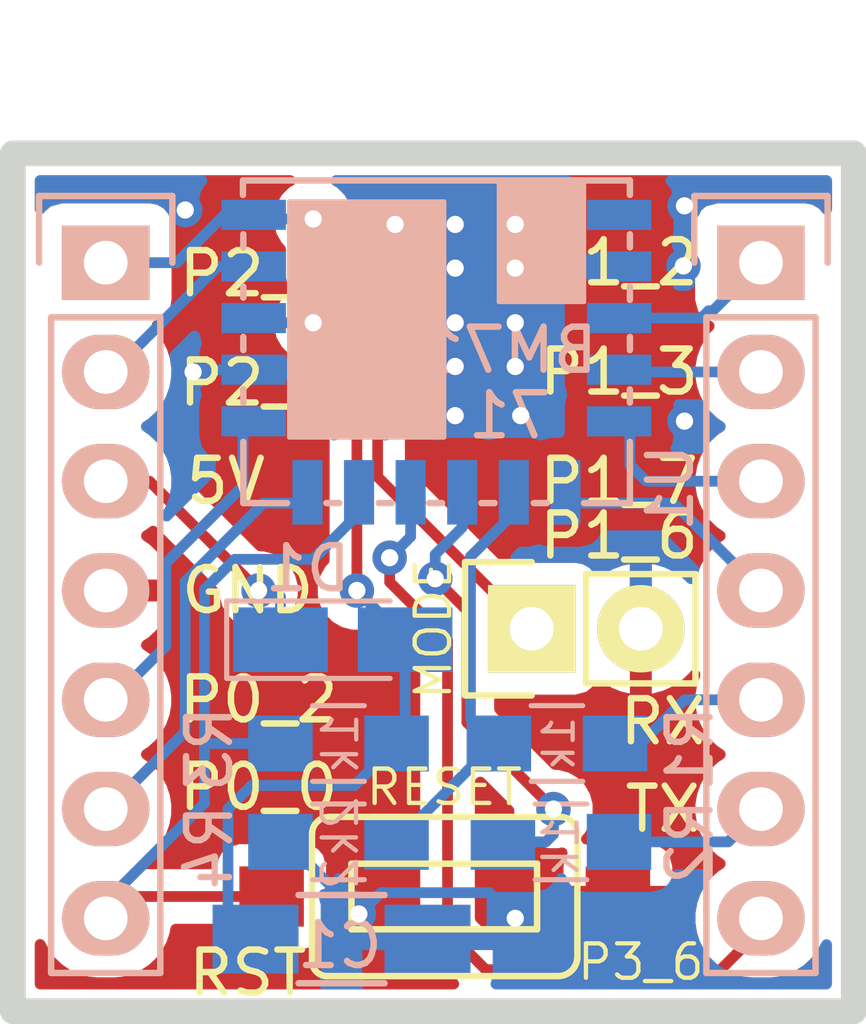
<source format=kicad_pcb>
(kicad_pcb (version 20200119) (host pcbnew "5.99.0-unknown-9c2a260~88~ubuntu18.04.1")

  (general
    (thickness 1.6)
    (drawings 18)
    (tracks 161)
    (modules 11)
    (nets 18)
  )

  (page "A4")
  (layers
    (0 "F.Cu" signal)
    (31 "B.Cu" signal)
    (32 "B.Adhes" user)
    (33 "F.Adhes" user)
    (34 "B.Paste" user)
    (35 "F.Paste" user)
    (36 "B.SilkS" user)
    (37 "F.SilkS" user)
    (38 "B.Mask" user)
    (39 "F.Mask" user)
    (40 "Dwgs.User" user)
    (41 "Cmts.User" user)
    (42 "Eco1.User" user)
    (43 "Eco2.User" user)
    (44 "Edge.Cuts" user)
    (45 "Margin" user)
    (46 "B.CrtYd" user)
    (47 "F.CrtYd" user)
    (48 "B.Fab" user)
    (49 "F.Fab" user)
  )

  (setup
    (last_trace_width 0.25)
    (trace_clearance 0.2)
    (zone_clearance 0.508)
    (zone_45_only no)
    (trace_min 0.2)
    (via_size 0.8)
    (via_drill 0.4)
    (via_min_size 0.4)
    (via_min_drill 0.3)
    (uvia_size 0.3)
    (uvia_drill 0.1)
    (uvias_allowed no)
    (uvia_min_size 0.2)
    (uvia_min_drill 0.1)
    (max_error 0.005)
    (defaults
      (edge_clearance 0.01)
      (edge_cuts_line_width 0.05)
      (courtyard_line_width 0.05)
      (copper_line_width 0.2)
      (copper_text_dims (size 1.5 1.5) (thickness 0.3))
      (silk_line_width 0.12)
      (silk_text_dims (size 1 1) (thickness 0.15))
      (other_layers_line_width 0.1)
      (other_layers_text_dims (size 1 1) (thickness 0.15))
      (dimension_units 0)
      (dimension_precision 1)
    )
    (pad_size 1.524 1.524)
    (pad_drill 0.762)
    (pad_to_mask_clearance 0.051)
    (solder_mask_min_width 0.25)
    (aux_axis_origin 0 0)
    (visible_elements FFFFFF7F)
    (pcbplotparams
      (layerselection 0x010fc_ffffffff)
      (usegerberextensions false)
      (usegerberattributes false)
      (usegerberadvancedattributes false)
      (creategerberjobfile false)
      (excludeedgelayer true)
      (linewidth 0.050000)
      (plotframeref false)
      (viasonmask false)
      (mode 1)
      (useauxorigin false)
      (hpglpennumber 1)
      (hpglpenspeed 20)
      (hpglpendiameter 15.000000)
      (psnegative false)
      (psa4output false)
      (plotreference true)
      (plotvalue true)
      (plotinvisibletext false)
      (padsonsilk false)
      (subtractmaskfromsilk false)
      (outputformat 1)
      (mirror false)
      (drillshape 0)
      (scaleselection 1)
      (outputdirectory "plot")
    )
  )

  (net 0 "")
  (net 1 "/5V")
  (net 2 "/VBAT")
  (net 3 "/P1_2")
  (net 4 "/P1_3")
  (net 5 "/P1_7")
  (net 6 "/P1_6")
  (net 7 "/P3_6")
  (net 8 "/RST")
  (net 9 "/P0_0")
  (net 10 "/P0_2")
  (net 11 "/GND")
  (net 12 "/P2_7")
  (net 13 "/P2_0")
  (net 14 "/RX")
  (net 15 "/TX")
  (net 16 "Net-(J1-Pad6)")
  (net 17 "Net-(J1-Pad5)")

  (net_class "Default" "This is the default net class."
    (clearance 0.2)
    (trace_width 0.25)
    (via_dia 0.8)
    (via_drill 0.4)
    (uvia_dia 0.3)
    (uvia_drill 0.1)
    (add_net "/5V")
    (add_net "/GND")
    (add_net "/P0_0")
    (add_net "/P0_2")
    (add_net "/P1_2")
    (add_net "/P1_3")
    (add_net "/P1_6")
    (add_net "/P1_7")
    (add_net "/P2_0")
    (add_net "/P2_7")
    (add_net "/P3_6")
    (add_net "/RST")
    (add_net "/RX")
    (add_net "/TX")
    (add_net "/VBAT")
    (add_net "Net-(J1-Pad5)")
    (add_net "Net-(J1-Pad6)")
    (add_net "Net-(U1-Pad1)")
  )

  (module "Capacitors_SMD.pretty:C_1206_HandSoldering" (layer "B.Cu") (tedit 541A9C03) (tstamp 547ce0da-eb86-41b2-93eb-75ec38e2c5c9)
    (at 142.64488 86.8426)
    (descr "Capacitor SMD 1206, hand soldering")
    (tags "capacitor 1206")
    (path "/00000000-0000-0000-0000-00005ea10d07")
    (attr smd)
    (fp_text reference "C1" (at -0.03912 0.14732) (layer "B.SilkS")
      (effects (font (size 1 1) (thickness 0.15)) (justify mirror))
    )
    (fp_text value "10u/X5R" (at 0.159 -0.06096 180) (layer "B.Fab")
      (effects (font (size 1 1) (thickness 0.15)) (justify mirror))
    )
    (fp_line (start -3.3 1.15) (end 3.3 1.15) (layer "B.CrtYd") (width 0.05))
    (fp_line (start -3.3 -1.15) (end 3.3 -1.15) (layer "B.CrtYd") (width 0.05))
    (fp_line (start -3.3 1.15) (end -3.3 -1.15) (layer "B.CrtYd") (width 0.05))
    (fp_line (start 3.3 1.15) (end 3.3 -1.15) (layer "B.CrtYd") (width 0.05))
    (fp_line (start 1 1.025) (end -1 1.025) (layer "B.SilkS") (width 0.15))
    (fp_line (start -1 -1.025) (end 1 -1.025) (layer "B.SilkS") (width 0.15))
    (pad "2" smd rect (at 2 0) (size 2 1.6) (layers "B.Cu" "B.Paste" "B.Mask")
      (net 11 "/GND") (tstamp d9d6fd20-9f32-45b3-9807-8e8b833ffa94))
    (pad "1" smd rect (at -2 0) (size 2 1.6) (layers "B.Cu" "B.Paste" "B.Mask")
      (net 2 "/VBAT") (tstamp 8497e8b2-7c8a-4c28-a6d6-a01030ecae03))
    (model "Capacitors_SMD.3dshapes/C_1206_HandSoldering.wrl"
      (at (xyz 0 0 0))
      (scale (xyz 1 1 1))
      (rotate (xyz 0 0 0))
    )
  )

  (module "bluetooth:BM71" (layer "B.Cu") (tedit 5E674F0A) (tstamp 00000000-0000-0000-0000-00005e673f11)
    (at 149.352 76.708 180)
    (path "/00000000-0000-0000-0000-00005e6e4934")
    (fp_text reference "U1" (at -0.9398 0.3556 90 unlocked) (layer "B.SilkS")
      (effects (font (size 1 1) (thickness 0.15)) (justify mirror))
    )
    (fp_text value "BM71" (at 2.794 3.556 unlocked) (layer "B.SilkS")
      (effects (font (size 1 1) (thickness 0.15)) (justify mirror))
    )
    (fp_line (start 0 0) (end 0 1.4224) (layer "B.SilkS") (width 0.15))
    (fp_line (start 0 2.3368) (end 0 2.6416) (layer "B.SilkS") (width 0.15))
    (fp_line (start 0 3.556) (end 0 3.8608) (layer "B.SilkS") (width 0.15))
    (fp_line (start 0 4.7244) (end 0 5.0292) (layer "B.SilkS") (width 0.15))
    (fp_line (start 0 5.9436) (end 0 6.2484) (layer "B.SilkS") (width 0.15))
    (fp_line (start 0 7.5) (end 0 11.5) (layer "Dwgs.User") (width 0.15))
    (fp_line (start 0 11.5) (end 6.096 11.5) (layer "Dwgs.User") (width 0.15))
    (fp_line (start 9 11.4808) (end 9 7.5) (layer "Dwgs.User") (width 0.15))
    (fp_line (start 8.9916 6.2484) (end 8.9916 5.9436) (layer "B.SilkS") (width 0.15))
    (fp_line (start 8.9916 5.0292) (end 8.9916 4.7752) (layer "B.SilkS") (width 0.15))
    (fp_line (start 8.9916 3.8608) (end 8.9916 3.556) (layer "B.SilkS") (width 0.15))
    (fp_line (start 8.9916 2.6416) (end 8.9916 2.3368) (layer "B.SilkS") (width 0.15))
    (fp_line (start 8.9916 1.4224) (end 8.9916 0) (layer "B.SilkS") (width 0.15))
    (fp_line (start 8.9916 0) (end 7.9756 0) (layer "B.SilkS") (width 0.15))
    (fp_line (start 7.0612 0) (end 6.7564 0) (layer "B.SilkS") (width 0.15))
    (fp_line (start 5.842 0) (end 5.5372 0) (layer "B.SilkS") (width 0.15))
    (fp_line (start 4.6736 0) (end 4.3688 0) (layer "B.SilkS") (width 0.15))
    (fp_line (start 3.4544 0) (end 3.1496 0) (layer "B.SilkS") (width 0.15))
    (fp_line (start 2.2352 0) (end 1.9304 0) (layer "B.SilkS") (width 0.15))
    (fp_line (start 1.0668 0) (end 0 0) (layer "B.SilkS") (width 0.15))
    (fp_line (start 0 7.5) (end 9 7.5) (layer "B.SilkS") (width 0.15))
    (fp_arc (start 6.7 11.5) (end 6.096 11.5) (angle 180) (layer "Dwgs.User") (width 0.15))
    (fp_line (start 7.304 11.5) (end 9 11.5) (layer "Dwgs.User") (width 0.15))
    (fp_poly (pts (xy 1.0668 7.5184) (xy 3.048 7.5184) (xy 3.048 4.6736) (xy 1.0668 4.6736)) (layer "B.SilkS") (width 0.1))
    (fp_poly (pts (xy 4.318 7.0104) (xy 7.9248 7.0104) (xy 7.9248 1.524) (xy 4.318 1.524)) (layer "B.SilkS") (width 0.1))
    (fp_line (start 9 7.5) (end 9 7.1628) (layer "B.SilkS") (width 0.15))
    (fp_line (start 0 7.5) (end 0 7.1628) (layer "B.SilkS") (width 0.15))
    (fp_line (start 9.144 11.6332) (end 9.144 7.112) (layer "B.CrtYd") (width 0.12))
    (fp_line (start 9.144 7.112) (end 9.5504 7.112) (layer "B.CrtYd") (width 0.12))
    (fp_line (start 9.5504 7.112) (end 9.5504 1.4732) (layer "B.CrtYd") (width 0.12))
    (fp_line (start 9.5504 1.4732) (end 9.144 1.4732) (layer "B.CrtYd") (width 0.12))
    (fp_line (start 9.144 1.4732) (end 9.144 -0.1524) (layer "B.CrtYd") (width 0.12))
    (fp_line (start 9.144 -0.1524) (end 7.9248 -0.1524) (layer "B.CrtYd") (width 0.12))
    (fp_line (start 7.9248 -0.1524) (end 7.9248 -0.5588) (layer "B.CrtYd") (width 0.12))
    (fp_line (start 7.9248 -0.5588) (end 1.0668 -0.5588) (layer "B.CrtYd") (width 0.12))
    (fp_line (start 1.0668 -0.5588) (end 1.0668 -0.1524) (layer "B.CrtYd") (width 0.12))
    (fp_line (start 1.0668 -0.1524) (end -0.1524 -0.1524) (layer "B.CrtYd") (width 0.12))
    (fp_line (start -0.1524 -0.1524) (end -0.1524 1.4732) (layer "B.CrtYd") (width 0.12))
    (fp_line (start -0.1524 1.4732) (end -0.5588 1.4732) (layer "B.CrtYd") (width 0.12))
    (fp_line (start -0.5588 1.4732) (end -0.5588 7.112) (layer "B.CrtYd") (width 0.12))
    (fp_line (start -0.5588 7.112) (end -0.1524 7.112) (layer "B.CrtYd") (width 0.12))
    (fp_line (start -0.1524 7.112) (end -0.1524 11.6332) (layer "B.CrtYd") (width 0.12))
    (fp_line (start -0.1524 11.6332) (end 9.144 11.6332) (layer "B.CrtYd") (width 0.12))
    (fp_text user "71" (at 2.794 2.032) (layer "B.SilkS")
      (effects (font (size 1 1) (thickness 0.15)) (justify mirror))
    )
    (pad "16" smd rect (at 9 6.7) (size 1.5 0.7) (drill (offset 0.25 0)) (layers "B.Cu" "B.Paste" "B.Mask")
      (net 13 "/P2_0") (tstamp c267e7b4-1b4d-40aa-b834-b0b3929c93a4))
    (pad "15" smd rect (at 9 5.5) (size 1.5 0.7) (drill (offset 0.25 0)) (layers "B.Cu" "B.Paste" "B.Mask")
      (net 12 "/P2_7") (tstamp ffc9e115-86e0-4314-8493-839ee6125b76))
    (pad "14" smd rect (at 9 4.3) (size 1.5 0.7) (drill (offset 0.25 0)) (layers "B.Cu" "B.Paste" "B.Mask")
      (net 2 "/VBAT") (tstamp 0a80c721-ccad-4421-b9f1-ab004fca0465))
    (pad "13" smd rect (at 9 3.1) (size 1.5 0.7) (drill (offset 0.25 0)) (layers "B.Cu" "B.Paste" "B.Mask")
      (net 11 "/GND") (tstamp da2dfa52-a980-40e1-8a14-0c0c517f963f))
    (pad "12" smd rect (at 9 1.9) (size 1.5 0.7) (drill (offset 0.25 0)) (layers "B.Cu" "B.Paste" "B.Mask")
      (net 10 "/P0_2") (tstamp f460b81f-d996-46b9-a432-ceff7e7ff977))
    (pad "11" smd rect (at 7.5 0 90) (size 1.5 0.7) (drill (offset 0.25 0)) (layers "B.Cu" "B.Paste" "B.Mask")
      (net 9 "/P0_0") (tstamp 6564ab87-ec0f-4bc9-b432-324c83293693))
    (pad "10" smd rect (at 6.3 0 90) (size 1.5 0.7) (drill (offset 0.25 0)) (layers "B.Cu" "B.Paste" "B.Mask")
      (net 8 "/RST") (tstamp 2cb1a84c-6bf0-4491-b567-545c532d2a6c))
    (pad "9" smd rect (at 5.1 0 90) (size 1.5 0.7) (drill (offset 0.25 0)) (layers "B.Cu" "B.Paste" "B.Mask")
      (net 7 "/P3_6") (tstamp 44269494-3e45-4ea0-941d-ba1e5683961d))
    (pad "8" smd rect (at 3.9 0 90) (size 1.5 0.7) (drill (offset 0.25 0)) (layers "B.Cu" "B.Paste" "B.Mask")
      (net 15 "/TX") (tstamp 69c3dca1-276f-41a0-bc16-153b1e074e62))
    (pad "7" smd rect (at 2.7 0 90) (size 1.5 0.7) (drill (offset 0.25 0)) (layers "B.Cu" "B.Paste" "B.Mask")
      (net 14 "/RX") (tstamp 25763a6f-978a-42d7-9eee-4c1f183345f4))
    (pad "6" smd rect (at 1.5 0 90) (size 1.5 0.7) (drill (offset 0.25 0)) (layers "B.Cu" "B.Paste" "B.Mask")
      (net 6 "/P1_6") (tstamp 7d118ab8-ee49-410f-ae2d-abb63c5e079b))
    (pad "5" smd rect (at 0 1.9 180) (size 1.5 0.7) (drill (offset 0.25 0)) (layers "B.Cu" "B.Paste" "B.Mask")
      (net 5 "/P1_7") (tstamp a3e2908b-4358-4a1f-9246-7b1a74f72f19))
    (pad "4" smd rect (at 0 3.1 180) (size 1.5 0.7) (drill (offset 0.25 0)) (layers "B.Cu" "B.Paste" "B.Mask")
      (net 4 "/P1_3") (tstamp a5c0f091-0341-4d5d-80c6-915ae3e7ec58))
    (pad "3" smd rect (at 0 4.3 180) (size 1.5 0.7) (drill (offset 0.25 0)) (layers "B.Cu" "B.Paste" "B.Mask")
      (net 3 "/P1_2") (tstamp 005b5b7b-0986-4c01-83b1-e50ee012c272))
    (pad "2" smd rect (at 0 5.5 180) (size 1.5 0.7) (drill (offset 0.25 0)) (layers "B.Cu" "B.Paste" "B.Mask")
      (net 11 "/GND") (tstamp f7326f9f-8319-4082-bc13-be1b8873f870))
    (pad "1" smd rect (at 0 6.7 180) (size 1.5 0.7) (drill (offset 0.25 0)) (layers "B.Cu" "B.Paste" "B.Mask") (tstamp 659b8e02-199c-487e-baeb-31d1adc173b8))
  )

  (module "Pin_Headers.pretty:Pin_Header_Straight_1x02" (layer "F.Cu") (tedit 54EA090C) (tstamp 00000000-0000-0000-0000-00005e68dcca)
    (at 147.066 79.629 90)
    (descr "Through hole pin header")
    (tags "pin header")
    (path "/00000000-0000-0000-0000-00005e71e72f")
    (fp_text reference "JP1" (at 0 -5.1 90) (layer "F.SilkS") hide
      (effects (font (size 1 1) (thickness 0.15)))
    )
    (fp_text value "MODE" (at 0 -2.286 90) (layer "F.SilkS")
      (effects (font (size 0.8 0.8) (thickness 0.1)))
    )
    (fp_line (start 1.27 1.27) (end 1.27 3.81) (layer "F.SilkS") (width 0.15))
    (fp_line (start 1.55 -1.55) (end 1.55 0) (layer "F.SilkS") (width 0.15))
    (fp_line (start -1.75 -1.75) (end -1.75 4.3) (layer "F.CrtYd") (width 0.05))
    (fp_line (start 1.75 -1.75) (end 1.75 4.3) (layer "F.CrtYd") (width 0.05))
    (fp_line (start -1.75 -1.75) (end 1.75 -1.75) (layer "F.CrtYd") (width 0.05))
    (fp_line (start -1.75 4.3) (end 1.75 4.3) (layer "F.CrtYd") (width 0.05))
    (fp_line (start 1.27 1.27) (end -1.27 1.27) (layer "F.SilkS") (width 0.15))
    (fp_line (start -1.55 0) (end -1.55 -1.55) (layer "F.SilkS") (width 0.15))
    (fp_line (start -1.55 -1.55) (end 1.55 -1.55) (layer "F.SilkS") (width 0.15))
    (fp_line (start -1.27 1.27) (end -1.27 3.81) (layer "F.SilkS") (width 0.15))
    (fp_line (start -1.27 3.81) (end 1.27 3.81) (layer "F.SilkS") (width 0.15))
    (pad "2" thru_hole oval (at 0 2.54 90) (size 2.032 2.032) (drill 1.016) (layers *.Cu *.Mask "F.SilkS")
      (net 11 "/GND") (tstamp 09756b4a-b22b-4343-8797-3c7284d2a028))
    (pad "1" thru_hole rect (at 0 0 90) (size 2.032 2.032) (drill 1.016) (layers *.Cu *.Mask "F.SilkS")
      (net 13 "/P2_0") (tstamp 63f9ece9-8f3e-4f7a-be4e-367db6ae63ed))
    (model "Pin_Headers.3dshapes/Pin_Header_Straight_1x02.wrl"
      (offset (xyz 0 -1.269999980926514 0))
      (scale (xyz 1 1 1))
      (rotate (xyz 0 0 90))
    )
  )

  (module "Pin_Headers.pretty:Pin_Header_Straight_1x07" (layer "B.Cu") (tedit 0) (tstamp 00000000-0000-0000-0000-00005e6741cd)
    (at 137.16 71.12 180)
    (descr "Through hole pin header")
    (tags "pin header")
    (path "/00000000-0000-0000-0000-00005e6fe791")
    (fp_text reference "J2" (at 0 5.1) (layer "B.SilkS") hide
      (effects (font (size 1 1) (thickness 0.15)) (justify mirror))
    )
    (fp_text value "Conn_01x07" (at 0 3.1) (layer "B.Fab") hide
      (effects (font (size 1 1) (thickness 0.15)) (justify mirror))
    )
    (fp_line (start -1.75 1.75) (end -1.75 -17) (layer "B.CrtYd") (width 0.05))
    (fp_line (start 1.75 1.75) (end 1.75 -17) (layer "B.CrtYd") (width 0.05))
    (fp_line (start -1.75 1.75) (end 1.75 1.75) (layer "B.CrtYd") (width 0.05))
    (fp_line (start -1.75 -17) (end 1.75 -17) (layer "B.CrtYd") (width 0.05))
    (fp_line (start 1.27 -1.27) (end 1.27 -16.51) (layer "B.SilkS") (width 0.15))
    (fp_line (start 1.27 -16.51) (end -1.27 -16.51) (layer "B.SilkS") (width 0.15))
    (fp_line (start -1.27 -16.51) (end -1.27 -1.27) (layer "B.SilkS") (width 0.15))
    (fp_line (start 1.55 1.55) (end 1.55 0) (layer "B.SilkS") (width 0.15))
    (fp_line (start 1.27 -1.27) (end -1.27 -1.27) (layer "B.SilkS") (width 0.15))
    (fp_line (start -1.55 0) (end -1.55 1.55) (layer "B.SilkS") (width 0.15))
    (fp_line (start -1.55 1.55) (end 1.55 1.55) (layer "B.SilkS") (width 0.15))
    (pad "7" thru_hole oval (at 0 -15.24 180) (size 2.032 1.7272) (drill 1.016) (layers *.Cu *.Mask "B.SilkS")
      (net 8 "/RST") (tstamp dbc8165b-1013-411b-833f-4c0de2b65c12))
    (pad "6" thru_hole oval (at 0 -12.7 180) (size 2.032 1.7272) (drill 1.016) (layers *.Cu *.Mask "B.SilkS")
      (net 9 "/P0_0") (tstamp 4f560f70-93b7-43ca-ae03-7e93c128bd59))
    (pad "5" thru_hole oval (at 0 -10.16 180) (size 2.032 1.7272) (drill 1.016) (layers *.Cu *.Mask "B.SilkS")
      (net 10 "/P0_2") (tstamp d119d83f-2ad9-48af-9a0d-e07f5cbb57a1))
    (pad "4" thru_hole oval (at 0 -7.62 180) (size 2.032 1.7272) (drill 1.016) (layers *.Cu *.Mask "B.SilkS")
      (net 11 "/GND") (tstamp f7043571-fc8c-4857-a2f7-6d9faa10a056))
    (pad "3" thru_hole oval (at 0 -5.08 180) (size 2.032 1.7272) (drill 1.016) (layers *.Cu *.Mask "B.SilkS")
      (net 1 "/5V") (tstamp be54e660-b870-499a-aab1-3a310d25d87b))
    (pad "2" thru_hole oval (at 0 -2.54 180) (size 2.032 1.7272) (drill 1.016) (layers *.Cu *.Mask "B.SilkS")
      (net 12 "/P2_7") (tstamp d89a72af-5fda-45e0-9442-47f8b262c9b4))
    (pad "1" thru_hole rect (at 0 0 180) (size 2.032 1.7272) (drill 1.016) (layers *.Cu *.Mask "B.SilkS")
      (net 13 "/P2_0") (tstamp 5529193e-fb59-478c-aef3-3a389b32c17e))
    (model "Pin_Headers.3dshapes/Pin_Header_Straight_1x07.wrl"
      (offset (xyz 0 -7.619999885559082 0))
      (scale (xyz 1 1 1))
      (rotate (xyz 0 0 90))
    )
  )

  (module "modules:3x6x2.5mm_tact_switch" (layer "F.Cu") (tedit 5C174CE0) (tstamp 00000000-0000-0000-0000-00005e68d455)
    (at 145.669 85.852 180)
    (path "/00000000-0000-0000-0000-00005e6f1655")
    (fp_text reference "SW1" (at -0.2 5.65) (layer "F.SilkS") hide
      (effects (font (size 1 1) (thickness 0.15)))
    )
    (fp_text value "RESET" (at 0.635 2.54) (layer "F.SilkS")
      (effects (font (size 0.8 0.8) (thickness 0.1)))
    )
    (fp_line (start -2.4612 -1.45) (end -2.4612 1.45) (layer "F.SilkS") (width 0.15))
    (fp_line (start 3.7112 1.45) (end 3.7112 -1.5) (layer "F.SilkS") (width 0.15))
    (fp_line (start -1.524 -0.762) (end 2.794 -0.762) (layer "F.SilkS") (width 0.15))
    (fp_line (start 2.794 -0.762) (end 2.794 0.762) (layer "F.SilkS") (width 0.15))
    (fp_line (start 2.794 0.762) (end -1.524 0.762) (layer "F.SilkS") (width 0.15))
    (fp_line (start -1.524 0.762) (end -1.524 -0.762) (layer "F.SilkS") (width 0.15))
    (fp_arc (start 3.3612 -1.5) (end 3.7112 -1.5) (angle -90) (layer "F.SilkS") (width 0.15))
    (fp_arc (start -2.0112 -1.4) (end -2.0112 -1.85) (angle -87.15029556) (layer "F.SilkS") (width 0.15))
    (fp_arc (start -2.0612 1.45) (end -2.4612 1.45) (angle -90) (layer "F.SilkS") (width 0.15))
    (fp_arc (start 3.3112 1.45) (end 3.3112 1.85) (angle -90) (layer "F.SilkS") (width 0.15))
    (fp_line (start -2.0112 -1.85) (end 3.3612 -1.85) (layer "F.SilkS") (width 0.15))
    (fp_line (start -2.0612 1.85) (end 3.3112 1.85) (layer "F.SilkS") (width 0.15))
    (pad "1" smd rect (at -3.4036 -0.0084 180) (size 1.5 1.4) (layers "F.Cu" "F.Paste" "F.Mask")
      (net 11 "/GND") (tstamp 830f1840-d56a-4b1f-aaf5-6f6ea75b9baf))
    (pad "2" smd rect (at 4.65 0 180) (size 1.5 1.4) (layers "F.Cu" "F.Paste" "F.Mask")
      (net 8 "/RST") (tstamp 9e0054a5-10f8-414f-aec2-3728e5e33c51))
  )

  (module "Resistors_SMD:R_0805_HandSoldering" (layer "B.Cu") (tedit 58E0A804) (tstamp 00000000-0000-0000-0000-00005e675f53)
    (at 142.574 84.582 180)
    (descr "Resistor SMD 0805, hand soldering")
    (tags "resistor 0805")
    (path "/00000000-0000-0000-0000-00005e715f7c")
    (attr smd)
    (fp_text reference "R4" (at 3.001 -0.127 90) (layer "B.SilkS")
      (effects (font (size 1 1) (thickness 0.15)) (justify mirror))
    )
    (fp_text value "2k2" (at -0.04192 -0.03048 270) (layer "B.SilkS")
      (effects (font (size 0.8 0.8) (thickness 0.1)) (justify mirror))
    )
    (fp_line (start 2.35 -0.9) (end -2.35 -0.9) (layer "B.CrtYd") (width 0.05))
    (fp_line (start 2.35 -0.9) (end 2.35 0.9) (layer "B.CrtYd") (width 0.05))
    (fp_line (start -2.35 0.9) (end -2.35 -0.9) (layer "B.CrtYd") (width 0.05))
    (fp_line (start -2.35 0.9) (end 2.35 0.9) (layer "B.CrtYd") (width 0.05))
    (fp_line (start -0.6 0.88) (end 0.6 0.88) (layer "B.SilkS") (width 0.12))
    (fp_line (start 0.6 -0.88) (end -0.6 -0.88) (layer "B.SilkS") (width 0.12))
    (fp_line (start -1 0.62) (end 1 0.62) (layer "B.Fab") (width 0.1))
    (fp_line (start 1 0.62) (end 1 -0.62) (layer "B.Fab") (width 0.1))
    (fp_line (start 1 -0.62) (end -1 -0.62) (layer "B.Fab") (width 0.1))
    (fp_line (start -1 -0.62) (end -1 0.62) (layer "B.Fab") (width 0.1))
    (fp_text user "%R" (at 0 0) (layer "B.Fab")
      (effects (font (size 0.5 0.5) (thickness 0.075)) (justify mirror))
    )
    (pad "1" smd rect (at -1.35 0 180) (size 1.5 1.3) (layers "B.Cu" "B.Paste" "B.Mask")
      (net 14 "/RX") (tstamp b30a11ef-861a-476b-af33-3f89cad39f2b))
    (pad "2" smd rect (at 1.35 0 180) (size 1.5 1.3) (layers "B.Cu" "B.Paste" "B.Mask")
      (net 11 "/GND") (tstamp 565a4e98-f6da-47c2-a596-731390d17b08))
    (model "${KISYS3DMOD}/Resistors_SMD.3dshapes/R_0805.wrl"
      (at (xyz 0 0 0))
      (scale (xyz 1 1 1))
      (rotate (xyz 0 0 0))
    )
  )

  (module "Resistors_SMD:R_0805_HandSoldering" (layer "B.Cu") (tedit 58E0A804) (tstamp 00000000-0000-0000-0000-00005e676086)
    (at 142.574 82.296 180)
    (descr "Resistor SMD 0805, hand soldering")
    (tags "resistor 0805")
    (path "/00000000-0000-0000-0000-00005e670fde")
    (attr smd)
    (fp_text reference "R3" (at 3.001 -0.127 90) (layer "B.SilkS")
      (effects (font (size 1 1) (thickness 0.15)) (justify mirror))
    )
    (fp_text value "1k" (at -0.047 0 90) (layer "B.SilkS")
      (effects (font (size 0.8 0.8) (thickness 0.1)) (justify mirror))
    )
    (fp_line (start 2.35 -0.9) (end -2.35 -0.9) (layer "B.CrtYd") (width 0.05))
    (fp_line (start 2.35 -0.9) (end 2.35 0.9) (layer "B.CrtYd") (width 0.05))
    (fp_line (start -2.35 0.9) (end -2.35 -0.9) (layer "B.CrtYd") (width 0.05))
    (fp_line (start -2.35 0.9) (end 2.35 0.9) (layer "B.CrtYd") (width 0.05))
    (fp_line (start -0.6 0.88) (end 0.6 0.88) (layer "B.SilkS") (width 0.12))
    (fp_line (start 0.6 -0.88) (end -0.6 -0.88) (layer "B.SilkS") (width 0.12))
    (fp_line (start -1 0.62) (end 1 0.62) (layer "B.Fab") (width 0.1))
    (fp_line (start 1 0.62) (end 1 -0.62) (layer "B.Fab") (width 0.1))
    (fp_line (start 1 -0.62) (end -1 -0.62) (layer "B.Fab") (width 0.1))
    (fp_line (start -1 -0.62) (end -1 0.62) (layer "B.Fab") (width 0.1))
    (fp_text user "%R" (at 0 0) (layer "B.Fab")
      (effects (font (size 0.5 0.5) (thickness 0.075)) (justify mirror))
    )
    (pad "1" smd rect (at -1.35 0 180) (size 1.5 1.3) (layers "B.Cu" "B.Paste" "B.Mask")
      (net 2 "/VBAT") (tstamp ccd0c12f-c6bf-4482-9f2d-9b3c7a8ef3a3))
    (pad "2" smd rect (at 1.35 0 180) (size 1.5 1.3) (layers "B.Cu" "B.Paste" "B.Mask")
      (net 8 "/RST") (tstamp 60560603-6e98-4c66-9d41-3202c2ece7ad))
    (model "${KISYS3DMOD}/Resistors_SMD.3dshapes/R_0805.wrl"
      (at (xyz 0 0 0))
      (scale (xyz 1 1 1))
      (rotate (xyz 0 0 0))
    )
  )

  (module "Resistors_SMD:R_0805_HandSoldering" (layer "B.Cu") (tedit 58E0A804) (tstamp 00000000-0000-0000-0000-00005e68d402)
    (at 147.748 84.582 180)
    (descr "Resistor SMD 0805, hand soldering")
    (tags "resistor 0805")
    (path "/00000000-0000-0000-0000-00005e715b5e")
    (attr smd)
    (fp_text reference "R2" (at -3.001 0 90) (layer "B.SilkS")
      (effects (font (size 1 1) (thickness 0.15)) (justify mirror))
    )
    (fp_text value "1k" (at 0.00128 -0.1016 270) (layer "B.SilkS")
      (effects (font (size 0.8 0.8) (thickness 0.1)) (justify mirror))
    )
    (fp_text user "%R" (at 0 0) (layer "B.Fab")
      (effects (font (size 0.5 0.5) (thickness 0.075)) (justify mirror))
    )
    (fp_line (start -1 -0.62) (end -1 0.62) (layer "B.Fab") (width 0.1))
    (fp_line (start 1 -0.62) (end -1 -0.62) (layer "B.Fab") (width 0.1))
    (fp_line (start 1 0.62) (end 1 -0.62) (layer "B.Fab") (width 0.1))
    (fp_line (start -1 0.62) (end 1 0.62) (layer "B.Fab") (width 0.1))
    (fp_line (start 0.6 -0.88) (end -0.6 -0.88) (layer "B.SilkS") (width 0.12))
    (fp_line (start -0.6 0.88) (end 0.6 0.88) (layer "B.SilkS") (width 0.12))
    (fp_line (start -2.35 0.9) (end 2.35 0.9) (layer "B.CrtYd") (width 0.05))
    (fp_line (start -2.35 0.9) (end -2.35 -0.9) (layer "B.CrtYd") (width 0.05))
    (fp_line (start 2.35 -0.9) (end 2.35 0.9) (layer "B.CrtYd") (width 0.05))
    (fp_line (start 2.35 -0.9) (end -2.35 -0.9) (layer "B.CrtYd") (width 0.05))
    (pad "2" smd rect (at 1.35 0 180) (size 1.5 1.3) (layers "B.Cu" "B.Paste" "B.Mask")
      (net 15 "/TX") (tstamp 3d93f840-e2d5-43d5-a0bc-55c8053566e6))
    (pad "1" smd rect (at -1.35 0 180) (size 1.5 1.3) (layers "B.Cu" "B.Paste" "B.Mask")
      (net 16 "Net-(J1-Pad6)") (tstamp d37a5263-3f39-4db6-b82b-0bcaa92027f4))
    (model "${KISYS3DMOD}/Resistors_SMD.3dshapes/R_0805.wrl"
      (at (xyz 0 0 0))
      (scale (xyz 1 1 1))
      (rotate (xyz 0 0 0))
    )
  )

  (module "Resistors_SMD:R_0805_HandSoldering" (layer "B.Cu") (tedit 58E0A804) (tstamp 00000000-0000-0000-0000-00005e68ed5c)
    (at 147.654 82.296 180)
    (descr "Resistor SMD 0805, hand soldering")
    (tags "resistor 0805")
    (path "/00000000-0000-0000-0000-00005e712b86")
    (attr smd)
    (fp_text reference "R1" (at -3.095 -0.127 90) (layer "B.SilkS")
      (effects (font (size 1 1) (thickness 0.15)) (justify mirror))
    )
    (fp_text value "1k" (at -0.047 0 90) (layer "B.SilkS")
      (effects (font (size 0.7 0.7) (thickness 0.1)) (justify mirror))
    )
    (fp_text user "%R" (at 0 0) (layer "B.Fab")
      (effects (font (size 0.5 0.5) (thickness 0.075)) (justify mirror))
    )
    (fp_line (start -1 -0.62) (end -1 0.62) (layer "B.Fab") (width 0.1))
    (fp_line (start 1 -0.62) (end -1 -0.62) (layer "B.Fab") (width 0.1))
    (fp_line (start 1 0.62) (end 1 -0.62) (layer "B.Fab") (width 0.1))
    (fp_line (start -1 0.62) (end 1 0.62) (layer "B.Fab") (width 0.1))
    (fp_line (start 0.6 -0.88) (end -0.6 -0.88) (layer "B.SilkS") (width 0.12))
    (fp_line (start -0.6 0.88) (end 0.6 0.88) (layer "B.SilkS") (width 0.12))
    (fp_line (start -2.35 0.9) (end 2.35 0.9) (layer "B.CrtYd") (width 0.05))
    (fp_line (start -2.35 0.9) (end -2.35 -0.9) (layer "B.CrtYd") (width 0.05))
    (fp_line (start 2.35 -0.9) (end 2.35 0.9) (layer "B.CrtYd") (width 0.05))
    (fp_line (start 2.35 -0.9) (end -2.35 -0.9) (layer "B.CrtYd") (width 0.05))
    (pad "2" smd rect (at 1.35 0 180) (size 1.5 1.3) (layers "B.Cu" "B.Paste" "B.Mask")
      (net 14 "/RX") (tstamp 15600ed0-87c7-416d-95b1-588c9b98cc65))
    (pad "1" smd rect (at -1.35 0 180) (size 1.5 1.3) (layers "B.Cu" "B.Paste" "B.Mask")
      (net 17 "Net-(J1-Pad5)") (tstamp d660d514-2c2b-4cc7-ba33-93ccc255d293))
    (model "${KISYS3DMOD}/Resistors_SMD.3dshapes/R_0805.wrl"
      (at (xyz 0 0 0))
      (scale (xyz 1 1 1))
      (rotate (xyz 0 0 0))
    )
  )

  (module "Pin_Headers.pretty:Pin_Header_Straight_1x07" (layer "B.Cu") (tedit 0) (tstamp 00000000-0000-0000-0000-00005e674ab3)
    (at 152.4 71.12 180)
    (descr "Through hole pin header")
    (tags "pin header")
    (path "/00000000-0000-0000-0000-00005e6f70e2")
    (fp_text reference "J1" (at 0 5.1) (layer "B.SilkS") hide
      (effects (font (size 1 1) (thickness 0.15)) (justify mirror))
    )
    (fp_text value "Conn_01x07" (at 0 3.1) (layer "B.Fab") hide
      (effects (font (size 1 1) (thickness 0.15)) (justify mirror))
    )
    (fp_line (start -1.55 1.55) (end 1.55 1.55) (layer "B.SilkS") (width 0.15))
    (fp_line (start -1.55 0) (end -1.55 1.55) (layer "B.SilkS") (width 0.15))
    (fp_line (start 1.27 -1.27) (end -1.27 -1.27) (layer "B.SilkS") (width 0.15))
    (fp_line (start 1.55 1.55) (end 1.55 0) (layer "B.SilkS") (width 0.15))
    (fp_line (start -1.27 -16.51) (end -1.27 -1.27) (layer "B.SilkS") (width 0.15))
    (fp_line (start 1.27 -16.51) (end -1.27 -16.51) (layer "B.SilkS") (width 0.15))
    (fp_line (start 1.27 -1.27) (end 1.27 -16.51) (layer "B.SilkS") (width 0.15))
    (fp_line (start -1.75 -17) (end 1.75 -17) (layer "B.CrtYd") (width 0.05))
    (fp_line (start -1.75 1.75) (end 1.75 1.75) (layer "B.CrtYd") (width 0.05))
    (fp_line (start 1.75 1.75) (end 1.75 -17) (layer "B.CrtYd") (width 0.05))
    (fp_line (start -1.75 1.75) (end -1.75 -17) (layer "B.CrtYd") (width 0.05))
    (pad "1" thru_hole rect (at 0 0 180) (size 2.032 1.7272) (drill 1.016) (layers *.Cu *.Mask "B.SilkS")
      (net 3 "/P1_2") (tstamp d95510f1-767b-4095-8227-5e1b3cdfe597))
    (pad "2" thru_hole oval (at 0 -2.54 180) (size 2.032 1.7272) (drill 1.016) (layers *.Cu *.Mask "B.SilkS")
      (net 4 "/P1_3") (tstamp ee5b738b-4ed3-42e4-bdf1-53cda6a51faa))
    (pad "3" thru_hole oval (at 0 -5.08 180) (size 2.032 1.7272) (drill 1.016) (layers *.Cu *.Mask "B.SilkS")
      (net 5 "/P1_7") (tstamp d00238ac-a74e-4db5-84be-61fb1b021c56))
    (pad "4" thru_hole oval (at 0 -7.62 180) (size 2.032 1.7272) (drill 1.016) (layers *.Cu *.Mask "B.SilkS")
      (net 6 "/P1_6") (tstamp 5bc55b30-6f0d-48dc-803e-c41d19f52a90))
    (pad "5" thru_hole oval (at 0 -10.16 180) (size 2.032 1.7272) (drill 1.016) (layers *.Cu *.Mask "B.SilkS")
      (net 17 "Net-(J1-Pad5)") (tstamp 682d7bd8-f4a6-46e5-9d9a-391ffad36103))
    (pad "6" thru_hole oval (at 0 -12.7 180) (size 2.032 1.7272) (drill 1.016) (layers *.Cu *.Mask "B.SilkS")
      (net 16 "Net-(J1-Pad6)") (tstamp 4df12a1b-f2eb-4418-92a9-6e2383b89a33))
    (pad "7" thru_hole oval (at 0 -15.24 180) (size 2.032 1.7272) (drill 1.016) (layers *.Cu *.Mask "B.SilkS")
      (net 7 "/P3_6") (tstamp 2483ee72-adda-4154-ab61-b127ad811be6))
    (model "Pin_Headers.3dshapes/Pin_Header_Straight_1x07.wrl"
      (offset (xyz 0 -7.619999885559082 0))
      (scale (xyz 1 1 1))
      (rotate (xyz 0 0 90))
    )
  )

  (module "Diodes_SMD:D_MicroMELF_Hadsoldering" (layer "B.Cu") (tedit 5905DC0B) (tstamp 00000000-0000-0000-0000-00005e68cf07)
    (at 142.674 79.883)
    (descr "Diode, MicroMELF, hand-soldering, http://www.vishay.com/docs/85597/bzm55-se.pdf")
    (tags "MicroMELF Diode")
    (path "/00000000-0000-0000-0000-00005e70ece7")
    (attr smd)
    (fp_text reference "D1" (at -0.815 -1.651) (layer "B.SilkS")
      (effects (font (size 1 1) (thickness 0.15)) (justify mirror))
    )
    (fp_text value "DIODE" (at -3.355 -1.016 90) (layer "B.Fab")
      (effects (font (size 1 1) (thickness 0.15)) (justify mirror))
    )
    (fp_line (start 2.8 -1) (end -2.8 -1) (layer "B.CrtYd") (width 0.05))
    (fp_line (start 2.8 -1) (end 2.8 1) (layer "B.CrtYd") (width 0.05))
    (fp_line (start -2.8 1) (end -2.8 -1) (layer "B.CrtYd") (width 0.05))
    (fp_line (start -2.8 1) (end 2.8 1) (layer "B.CrtYd") (width 0.05))
    (fp_line (start -1.1 -0.55) (end -1.1 0.55) (layer "B.Fab") (width 0.12))
    (fp_line (start 1.1 -0.55) (end -1.1 -0.55) (layer "B.Fab") (width 0.12))
    (fp_line (start 1.1 0.55) (end 1.1 -0.55) (layer "B.Fab") (width 0.12))
    (fp_line (start -1.1 0.55) (end 1.1 0.55) (layer "B.Fab") (width 0.12))
    (fp_line (start -0.6 0.55) (end -0.6 -0.55) (layer "B.Fab") (width 0.12))
    (fp_line (start -0.25 0.25) (end -0.25 -0.25) (layer "B.Fab") (width 0.12))
    (fp_line (start -0.25 0) (end -0.75 0) (layer "B.Fab") (width 0.12))
    (fp_line (start 0.25 -0.25) (end -0.25 0) (layer "B.Fab") (width 0.12))
    (fp_line (start 0.25 0.25) (end 0.25 -0.25) (layer "B.Fab") (width 0.12))
    (fp_line (start -0.25 0) (end 0.25 0.25) (layer "B.Fab") (width 0.12))
    (fp_line (start 0.25 0) (end 0.75 0) (layer "B.Fab") (width 0.12))
    (fp_line (start -2.7 -0.9) (end 1.1 -0.9) (layer "B.SilkS") (width 0.12))
    (fp_line (start -2.7 0.9) (end -2.7 -0.9) (layer "B.SilkS") (width 0.12))
    (fp_line (start 1.1 0.9) (end -2.7 0.9) (layer "B.SilkS") (width 0.12))
    (fp_text user "%R" (at 0 1.6) (layer "B.Fab")
      (effects (font (size 1 1) (thickness 0.15)) (justify mirror))
    )
    (pad "1" smd rect (at -1.45 0) (size 2.2 1.5) (layers "B.Cu" "B.Paste" "B.Mask")
      (net 1 "/5V") (tstamp 22adf8d2-2379-4d0c-a3b3-5f4ed1ce115f))
    (pad "2" smd rect (at 1.45 0) (size 2.2 1.5) (layers "B.Cu" "B.Paste" "B.Mask")
      (net 2 "/VBAT") (tstamp aef64138-89b0-47ff-af83-b29c64d3fe7d))
    (model "${KISYS3DMOD}/Diodes_SMD.3dshapes/D_MicroMELF.wrl"
      (at (xyz 0 0 0))
      (scale (xyz 1 1 1))
      (rotate (xyz 0 0 0))
    )
  )

  (gr_text "RST" (at 140.462 87.63) (layer "F.SilkS") (tstamp 836e06c6-9531-4ddb-905f-a9bb855135ae)
    (effects (font (size 1 1) (thickness 0.15)))
  )
  (gr_text "P0_0" (at 140.716 83.312) (layer "F.SilkS") (tstamp cac3bc38-f5bf-4a62-b2bd-bfdccd23eb32)
    (effects (font (size 1 1) (thickness 0.15)))
  )
  (gr_text "P0_2" (at 140.716 81.28) (layer "F.SilkS") (tstamp b2443373-45df-48a9-81b8-064ae8bd4eee)
    (effects (font (size 1 1) (thickness 0.15)))
  )
  (gr_text "GND" (at 140.462 78.74) (layer "F.SilkS") (tstamp b111f547-73ee-42f4-8b83-95fdab61bb5d)
    (effects (font (size 1 1) (thickness 0.15)))
  )
  (gr_text "5V" (at 139.954 76.2) (layer "F.SilkS") (tstamp 7c58da42-c6bd-407b-9b08-df83f2ca313f)
    (effects (font (size 1 1) (thickness 0.15)))
  )
  (gr_text "P2_7" (at 140.716 73.914) (layer "F.SilkS") (tstamp e5ea59b5-221b-46a9-8504-cadc6045c258)
    (effects (font (size 1 1) (thickness 0.15)))
  )
  (gr_text "P2_0" (at 140.716 71.374) (layer "F.SilkS") (tstamp 48ecb217-3a8d-4647-afa5-336678626544)
    (effects (font (size 1 1) (thickness 0.15)))
  )
  (gr_text "P3_6" (at 149.606 87.376) (layer "F.SilkS") (tstamp 529e6521-1600-49b2-8271-aee4a5dc19ff)
    (effects (font (size 0.8 0.8) (thickness 0.1)))
  )
  (gr_text "TX" (at 150.114 83.82) (layer "F.SilkS") (tstamp db7acebd-d290-44a9-b278-1af6872706b5)
    (effects (font (size 1 1) (thickness 0.15)))
  )
  (gr_text "RX" (at 150.114 81.788) (layer "F.SilkS") (tstamp 1e5671bb-ddf2-44c5-8c0c-f98bc5687db6)
    (effects (font (size 1 1) (thickness 0.15)))
  )
  (gr_text "P1_6" (at 149.098 77.47) (layer "F.SilkS") (tstamp 00000000-0000-0000-0000-00005e68d57c)
    (effects (font (size 1 1) (thickness 0.15)))
  )
  (gr_text "P1_7" (at 149.098 76.2) (layer "F.SilkS") (tstamp 10bc4f44-48f2-4f1f-a153-25f3e982d72e)
    (effects (font (size 1 1) (thickness 0.15)))
  )
  (gr_text "P1_3" (at 149.098 73.66) (layer "F.SilkS") (tstamp 5e1b5af3-9bdd-4bf0-9cf2-3e4023ca5221)
    (effects (font (size 1 1) (thickness 0.15)))
  )
  (gr_text "P1_2" (at 149.098 71.12) (layer "F.SilkS") (tstamp 00d7ae36-9389-481d-bd8e-5b033a4563b1)
    (effects (font (size 1 1) (thickness 0.15)))
  )
  (gr_line (start 135.001 88.519) (end 154.559 88.519) (layer "Edge.Cuts") (width 0.6) (tstamp 00000000-0000-0000-0000-00005e6766fa))
  (gr_line (start 135.001 68.58) (end 135.001 88.519) (layer "Edge.Cuts") (width 0.6) (tstamp 939aebd3-f9cc-4b29-af0e-267f96964a52))
  (gr_line (start 154.559 68.58) (end 135.001 68.58) (layer "Edge.Cuts") (width 0.6) (tstamp 6d1207ce-d0ad-4083-8e0f-deb843ef9cb9))
  (gr_line (start 154.559 88.519) (end 154.559 68.58) (layer "Edge.Cuts") (width 0.6) (tstamp 8896ebd9-08b6-4ae6-ab28-fbed82ad3ea1))

  (segment (start 143.04772 86.2584) (end 141.37132 84.582) (width 0.25) (layer "B.Cu") (net 11) (tstamp da2bc583-ed8b-4c84-b3f5-d332b1b9766c))
  (segment (start 141.37132 84.582) (end 141.224 84.582) (width 0.25) (layer "B.Cu") (net 11) (tstamp 18dbff5a-7ec5-44b4-88e9-47dca219957c))
  (segment (start 140.64488 86.8426) (end 140.0048 86.20252) (width 0.25) (layer "B.Cu") (net 2) (tstamp a9f7c7e8-1827-4214-84ec-ded1485201c0))
  (segment (start 140.0048 86.20252) (end 140.0048 83.816198) (width 0.25) (layer "B.Cu") (net 2) (tstamp 37e94a55-9649-42e9-95e6-87ba6c0b1f58))
  (segment (start 140.0048 83.816198) (end 140.549997 83.271001) (width 0.25) (layer "B.Cu") (net 2) (tstamp 3958eda2-6c22-4317-a600-5f1ad46b75b8))
  (segment (start 142.948999 83.271001) (end 143.924 82.296) (width 0.25) (layer "B.Cu") (net 2) (tstamp 9b6b3990-10a8-40d5-a76e-cd85e769c259))
  (segment (start 140.549997 83.271001) (end 142.948999 83.271001) (width 0.25) (layer "B.Cu") (net 2) (tstamp 6e15ea20-c72c-47df-a8e1-d8ece546214d))
  (segment (start 146.144121 86.900879) (end 146.685 86.36) (width 0.25) (layer "B.Cu") (net 11) (tstamp 4e0aaa4e-0cb7-42f6-a657-b2f3a56d64c1))
  (segment (start 146.144121 85.828319) (end 146.144121 86.900879) (width 0.25) (layer "B.Cu") (net 11) (tstamp 84f509f7-9e38-4a74-8880-3394dedb5a63))
  (segment (start 146.079121 85.763319) (end 146.144121 85.828319) (width 0.25) (layer "B.Cu") (net 11) (tstamp 2bebe0e6-c6cd-4386-9261-18fffba93c42))
  (segment (start 143.559119 85.763319) (end 146.079121 85.763319) (width 0.25) (layer "B.Cu") (net 11) (tstamp 95f1b473-025c-4ff5-ab40-e378ca1116c4))
  (segment (start 143.04772 86.2584) (end 142.621 86.868) (width 0.25) (layer "F.Cu") (net 11) (tstamp c1e9e0fc-3b83-47e4-89b3-9e77004f66fc))
  (segment (start 143.04772 86.2584) (end 143.129 86.193438) (width 0.25) (layer "B.Cu") (net 11) (tstamp 9a6affae-5026-4b60-be1d-a96e9e42a952))
  (segment (start 143.129 86.193438) (end 143.559119 85.763319) (width 0.25) (layer "B.Cu") (net 11) (tstamp 36784512-7449-45e4-bc7d-a64e1827ee2d))
  (via (at 143.04772 86.2584) (size 0.8) (drill 0.4) (layers "F.Cu" "B.Cu") (net 11) (tstamp 7e915b24-a518-4bd4-85a7-ba3922b3e19e))
  (segment (start 143.002 78.174315) (end 143.002 78.74) (width 0.25) (layer "F.Cu") (net 2) (tstamp d2e73ec0-6c32-46e6-bd2d-40160dcb4d4b))
  (segment (start 141.986 72.517) (end 143.002 73.533) (width 0.25) (layer "F.Cu") (net 2) (tstamp 2362e7a9-44ca-433c-9aed-42b3c3dd8a81))
  (segment (start 143.002 73.533) (end 143.002 78.174315) (width 0.25) (layer "F.Cu") (net 2) (tstamp 3d3e4639-6607-4067-ae9e-e4f14f813f79))
  (via (at 145.288 74.676) (size 0.8) (drill 0.4) (layers "F.Cu" "B.Cu") (net 11) (tstamp 8d6d1aa8-34bf-4178-997d-f1e2627caa22))
  (segment (start 143.4846 72.8726) (end 141.986 71.374) (width 0.25) (layer "F.Cu") (net 13) (tstamp 122837b8-0760-487e-81f4-bda55c14b53c))
  (segment (start 143.4846 76.0984) (end 143.4846 72.8726) (width 0.25) (layer "F.Cu") (net 13) (tstamp 260a8fc9-4537-4848-80ff-a221d89ed960))
  (segment (start 141.986 71.374) (end 141.986 70.104) (width 0.25) (layer "F.Cu") (net 13) (tstamp 5268c6e5-8845-4d35-9f9a-1afb2d65b2b1))
  (segment (start 145.288 74.676) (end 145.288 73.533) (width 0.25) (layer "F.Cu") (net 11) (tstamp f63b6918-39da-44a2-8306-24ee9de0b786))
  (segment (start 147.0152 79.629) (end 143.4846 76.0984) (width 0.25) (layer "F.Cu") (net 13) (tstamp f0eea896-c6be-4268-a373-27b162707d4f))
  (segment (start 147.066 79.629) (end 147.0152 79.629) (width 0.25) (layer "F.Cu") (net 13) (tstamp cb6a636c-1a2c-43ea-b27a-6c6a2d8c0c5c))
  (segment (start 152.4 81.28) (end 150.622 81.28) (width 0.25) (layer "B.Cu") (net 17) (tstamp c35f0d42-ebe2-4357-8925-9acc9adba5a0))
  (segment (start 150.622 81.28) (end 149.606 82.296) (width 0.25) (layer "B.Cu") (net 17) (tstamp c95877e9-9fc4-403f-a236-3f9a745575aa))
  (segment (start 149.606 82.296) (end 149.004 82.296) (width 0.25) (layer "B.Cu") (net 17) (tstamp 610748e4-e47e-4981-af32-4ba4a1b06220))
  (segment (start 151.638 84.582) (end 152.4 83.82) (width 0.25) (layer "B.Cu") (net 16) (tstamp e2876978-6de6-40ff-9f44-6a5d344e974e))
  (segment (start 149.098 84.582) (end 151.638 84.582) (width 0.25) (layer "B.Cu") (net 16) (tstamp 00000000-0000-0000-0000-00005e68d1ad))
  (segment (start 144.824001 78.466754) (end 145.560211 79.202964) (width 0.25) (layer "F.Cu") (net 15) (tstamp 8f623e58-19d0-4eea-9e40-c7d257d9c2ae))
  (segment (start 145.560211 81.806211) (end 147.174001 83.420001) (width 0.25) (layer "F.Cu") (net 15) (tstamp 5bb748c8-60ce-4f7a-8840-acf545734a12))
  (segment (start 144.824001 77.901069) (end 144.824001 78.466754) (width 0.25) (layer "B.Cu") (net 15) (tstamp b6b597e3-ef45-4898-981d-0c24c3e0d9d2))
  (segment (start 147.174001 83.420001) (end 147.574 83.82) (width 0.25) (layer "F.Cu") (net 15) (tstamp aaa44d2a-34a1-4457-bcbb-e05241350aea))
  (segment (start 145.452 77.27307) (end 144.824001 77.901069) (width 0.25) (layer "B.Cu") (net 15) (tstamp 78d3689e-6dfa-4fe6-bc6e-61395a9e4bab))
  (segment (start 145.452 76.708) (end 145.452 77.27307) (width 0.25) (layer "B.Cu") (net 15) (tstamp bcf0d100-1c28-45ec-8bdc-20b883641744))
  (segment (start 145.560211 79.202964) (end 145.560211 81.806211) (width 0.25) (layer "F.Cu") (net 15) (tstamp 3e3020c2-6c3e-4008-8b0c-ed17d2e659ca))
  (via (at 144.824001 78.466754) (size 0.8) (drill 0.4) (layers "F.Cu" "B.Cu") (net 15) (tstamp 8210d696-de32-4769-8f7b-e2308daddf80))
  (via (at 147.574 83.82) (size 0.8) (drill 0.4) (layers "F.Cu" "B.Cu") (net 15) (tstamp dd5c3c08-699a-4fef-87ff-8dd1effec4b9))
  (segment (start 147.398 84.582) (end 147.574 84.406) (width 0.25) (layer "B.Cu") (net 15) (tstamp 4a2c304e-be9e-4ac6-8eff-a7ef99d28f34))
  (segment (start 146.398 84.582) (end 147.398 84.582) (width 0.25) (layer "B.Cu") (net 15) (tstamp b2b3ad62-7be5-431c-9984-5d559fad0754))
  (segment (start 147.574 84.406) (end 147.574 83.82) (width 0.25) (layer "B.Cu") (net 15) (tstamp 2f9c77e8-5dac-484d-b9e2-430caf3c0119))
  (segment (start 146.2278 82.296) (end 145.6436 81.7118) (width 0.25) (layer "B.Cu") (net 14) (tstamp 85d8d7bd-2b57-45fa-abeb-61a7de3700d7))
  (segment (start 145.6436 77.951402) (end 146.652 76.943002) (width 0.25) (layer "B.Cu") (net 14) (tstamp 850a8efe-228c-408a-ad6b-41b235a4f17b))
  (segment (start 146.304 82.296) (end 146.2278 82.296) (width 0.25) (layer "B.Cu") (net 14) (tstamp 16299221-78af-46a8-aa0d-837279f06014))
  (segment (start 145.6436 81.7118) (end 145.6436 77.951402) (width 0.25) (layer "B.Cu") (net 14) (tstamp 52496c85-7fff-4677-9b85-56d32c0294ec))
  (segment (start 146.652 76.943002) (end 146.652 76.708) (width 0.25) (layer "B.Cu") (net 14) (tstamp 3c3a2e50-631c-4cd7-bdc6-d5b392367c88))
  (segment (start 146.204 82.296) (end 143.924 84.576) (width 0.25) (layer "B.Cu") (net 14) (tstamp 09968cd8-6c0a-48ef-aedb-1d4511f7184a))
  (segment (start 146.304 82.296) (end 146.204 82.296) (width 0.25) (layer "B.Cu") (net 14) (tstamp dcaa4d5b-b7ac-4a74-a52e-0961e24cd80a))
  (segment (start 143.924 84.576) (end 143.924 84.582) (width 0.25) (layer "B.Cu") (net 14) (tstamp ee1996b6-70b4-463f-ad11-48941b961098))
  (segment (start 141.986 70.104) (end 140.448 70.104) (width 0.25) (layer "B.Cu") (net 13) (tstamp 216b1017-5e01-457f-a05a-34df0d97a8cd))
  (via (at 141.986 70.104) (size 0.8) (drill 0.4) (layers "F.Cu" "B.Cu") (net 13) (tstamp 4cdf905e-553a-435f-bee8-b46cb951fffd))
  (segment (start 140.448 70.104) (end 140.352 70.008) (width 0.25) (layer "B.Cu") (net 13) (tstamp bae2e668-c8e3-4090-98bc-3814c01f9efe))
  (segment (start 139.923 70.008) (end 138.811 71.12) (width 0.25) (layer "B.Cu") (net 13) (tstamp e7810cd9-24fc-4882-a2a4-690b5090b054))
  (segment (start 140.352 70.008) (end 139.923 70.008) (width 0.25) (layer "B.Cu") (net 13) (tstamp 3a6e39f2-c6c8-4d20-9c61-ae42beba68c9))
  (segment (start 138.811 71.12) (end 137.16 71.12) (width 0.25) (layer "B.Cu") (net 13) (tstamp 4e66b9f3-bf41-4ae6-ac8f-3558e63c8422))
  (segment (start 137.16 73.66) (end 137.3124 73.66) (width 0.25) (layer "B.Cu") (net 12) (tstamp 8dd7ed7a-79a3-47da-b044-c90b15917ecb))
  (segment (start 137.3124 73.66) (end 139.7644 71.208) (width 0.25) (layer "B.Cu") (net 12) (tstamp 769ea17b-c920-4ef5-a796-c722524ef1cf))
  (segment (start 139.7644 71.208) (end 140.352 71.208) (width 0.25) (layer "B.Cu") (net 12) (tstamp c28ad742-3382-48ba-a0f8-77d26263ea7c))
  (segment (start 150.622 74.803) (end 150.622 71.221598) (width 0.25) (layer "F.Cu") (net 11) (tstamp cca16926-1b6a-4788-934b-90168b64fa2b))
  (via (at 150.596602 71.1962) (size 0.8) (drill 0.4) (layers "F.Cu" "B.Cu") (net 11) (tstamp 8bb55576-1803-4f92-ba4c-10e327d97b3b))
  (segment (start 150.622 71.221598) (end 150.596602 71.1962) (width 0.25) (layer "F.Cu") (net 11) (tstamp ac1b9d87-486f-4055-aec3-f89a2ae3fc86))
  (segment (start 150.622 71.170802) (end 150.596602 71.1962) (width 0.25) (layer "B.Cu") (net 11) (tstamp 097df8f9-057f-4b09-9bad-c8041d0a3174))
  (segment (start 150.622 69.7992) (end 150.622 71.170802) (width 0.25) (layer "B.Cu") (net 11) (tstamp 18c0e378-39f4-4e85-ba6c-1d2bfa5b67a7))
  (segment (start 149.606 83.7438) (end 149.0726 84.2772) (width 0.25) (layer "F.Cu") (net 11) (tstamp 1aff6933-091b-4b61-b127-1c377e17b01a))
  (segment (start 149.606 79.629) (end 149.606 83.7438) (width 0.25) (layer "F.Cu") (net 11) (tstamp b9d841be-e888-4c54-98bf-a32285e0ff4f))
  (segment (start 149.0726 84.2772) (end 149.0726 85.8604) (width 0.25) (layer "F.Cu") (net 11) (tstamp e89bb19b-3b5f-4016-a324-1e1ccdc03ec6))
  (segment (start 139.192 70.0786) (end 139.009547 69.896147) (width 0.25) (layer "F.Cu") (net 11) (tstamp c95bccbc-34bc-4664-848f-f9fdedbf91c6))
  (via (at 139.009547 69.896147) (size 0.8) (drill 0.4) (layers "F.Cu" "B.Cu") (net 11) (tstamp 2a13cc3e-6477-46c3-8945-0bc99c7138d9))
  (segment (start 139.192 73.66) (end 139.192 70.0786) (width 0.25) (layer "F.Cu") (net 11) (tstamp 5810e45a-890e-4086-a1da-9d38cd25d5b3))
  (via (at 150.622 69.7992) (size 0.8) (drill 0.4) (layers "F.Cu" "B.Cu") (net 11) (tstamp f082b6bd-4736-43c1-8ef9-da44c1ea2a12))
  (segment (start 149.0726 85.8604) (end 147.3284 85.8604) (width 0.25) (layer "F.Cu") (net 11) (tstamp d80677da-58f3-459e-9ba0-2d7cbda359a2))
  (via (at 146.685 86.36) (size 0.8) (drill 0.4) (layers "F.Cu" "B.Cu") (net 11) (tstamp d1fe6f56-7055-42dc-a773-b99c7650ace5))
  (segment (start 147.3284 85.8604) (end 146.8288 86.36) (width 0.25) (layer "F.Cu") (net 11) (tstamp ee1f3f0c-11fd-4b25-91f4-8ce7d68e5e24))
  (segment (start 146.8288 86.36) (end 146.685 86.36) (width 0.25) (layer "F.Cu") (net 11) (tstamp 42f2fd9c-a90a-40a0-8e91-bd5bc7b02778))
  (segment (start 149.606 77.47) (end 146.812 74.676) (width 0.25) (layer "F.Cu") (net 11) (tstamp 8d0bd23e-4f12-42b7-b32c-c4717432b629))
  (segment (start 149.606 79.629) (end 149.606 77.47) (width 0.25) (layer "F.Cu") (net 11) (tstamp e33dfce5-5be4-40a4-b345-371820601a1f))
  (segment (start 150.495 74.676) (end 150.622 74.803) (width 0.25) (layer "F.Cu") (net 11) (tstamp 20030868-32a3-4fab-a7ca-296b3e41298b))
  (segment (start 146.812 74.676) (end 150.495 74.676) (width 0.25) (layer "F.Cu") (net 11) (tstamp 814610b2-8de4-445f-b019-ed14e090fd95))
  (via (at 150.622 74.803) (size 0.8) (drill 0.4) (layers "F.Cu" "B.Cu") (net 11) (tstamp 0a8fbe84-5219-4c84-97af-1f2c71f6ce8f))
  (segment (start 145.288 70.231) (end 143.891 70.231) (width 0.25) (layer "F.Cu") (net 11) (tstamp abd5126f-2073-4cd8-a2ee-e440bc98e18e))
  (via (at 143.891 70.231) (size 0.8) (drill 0.4) (layers "F.Cu" "B.Cu") (net 11) (tstamp 6eeb276e-a9a9-4d7f-874e-c534852b8cb8))
  (segment (start 146.685 70.231) (end 145.288 70.231) (width 0.25) (layer "B.Cu") (net 11) (tstamp 0306ce5d-01eb-4826-8b80-26db373aba94))
  (via (at 145.288 70.231) (size 0.8) (drill 0.4) (layers "F.Cu" "B.Cu") (net 11) (tstamp 9f2f8344-9521-4ea8-a81f-3a2574d6156c))
  (segment (start 146.685 71.247) (end 146.685 70.231) (width 0.25) (layer "F.Cu") (net 11) (tstamp 160d91eb-0a0d-412f-91f3-e0eca3787a65))
  (via (at 146.685 70.231) (size 0.8) (drill 0.4) (layers "F.Cu" "B.Cu") (net 11) (tstamp 45e434c1-af9a-4ad4-9b77-467768dc6cf1))
  (segment (start 145.288 71.247) (end 146.685 71.247) (width 0.25) (layer "B.Cu") (net 11) (tstamp 611373c1-a43c-462c-bf83-baa9267122cf))
  (via (at 146.685 71.247) (size 0.8) (drill 0.4) (layers "F.Cu" "B.Cu") (net 11) (tstamp 0e6a96fe-b8ab-4be1-8aa3-cfd3857e784c))
  (segment (start 145.288 72.517) (end 145.288 71.247) (width 0.25) (layer "F.Cu") (net 11) (tstamp c777dad6-006a-4588-adcf-db4b73fdab65))
  (via (at 145.288 71.247) (size 0.8) (drill 0.4) (layers "F.Cu" "B.Cu") (net 11) (tstamp 477bf69f-9414-4367-b996-fb6da683a400))
  (segment (start 146.685 72.517) (end 145.288 72.517) (width 0.25) (layer "B.Cu") (net 11) (tstamp efc87508-1fc6-4297-8f43-d73121d01d13))
  (via (at 145.288 72.517) (size 0.8) (drill 0.4) (layers "F.Cu" "B.Cu") (net 11) (tstamp 0c54c8b3-3f2b-4237-9692-2f992736223d))
  (segment (start 146.685 73.533) (end 146.685 72.517) (width 0.25) (layer "F.Cu") (net 11) (tstamp 9fa86263-e434-4a0c-b856-b0f86f312faf))
  (via (at 146.685 72.517) (size 0.8) (drill 0.4) (layers "F.Cu" "B.Cu") (net 11) (tstamp d2694b8d-9b67-4787-a577-53f07601171b))
  (segment (start 145.288 73.533) (end 146.685 73.533) (width 0.25) (layer "B.Cu") (net 11) (tstamp 3a8798e3-8dbc-4fb3-af11-fcfd7781a6e3))
  (via (at 146.685 73.533) (size 0.8) (drill 0.4) (layers "F.Cu" "B.Cu") (net 11) (tstamp a41b15e6-aaeb-49e1-a82e-d194d24c9736))
  (via (at 145.288 73.533) (size 0.8) (drill 0.4) (layers "F.Cu" "B.Cu") (net 11) (tstamp abe952f2-1429-4e21-bac5-a7ada0ea6e98))
  (segment (start 146.812 74.676) (end 145.288 74.676) (width 0.25) (layer "B.Cu") (net 11) (tstamp a1d585fb-8c87-4016-baa5-de0fd18dd11e))
  (via (at 146.812 74.676) (size 0.8) (drill 0.4) (layers "F.Cu" "B.Cu") (net 11) (tstamp b9bac90f-085d-4fba-873d-c7282f5400c6))
  (segment (start 139.244 73.608) (end 139.192 73.66) (width 0.25) (layer "B.Cu") (net 11) (tstamp 727b90ac-7987-42a1-a016-613696f78e12))
  (segment (start 140.352 73.608) (end 139.244 73.608) (width 0.25) (layer "B.Cu") (net 11) (tstamp 090f8470-0bfe-44b7-9d09-981c2212e138))
  (via (at 139.192 73.66) (size 0.8) (drill 0.4) (layers "F.Cu" "B.Cu") (net 11) (tstamp a703ce37-3fbf-4d8e-908f-8d842949eb01))
  (segment (start 138.557 80.0354) (end 137.3124 81.28) (width 0.25) (layer "B.Cu") (net 10) (tstamp 674d12bb-6c5c-47ad-b264-dba1ff28823a))
  (segment (start 138.557 78.105) (end 138.557 80.0354) (width 0.25) (layer "B.Cu") (net 10) (tstamp 6d25c278-e7e0-4347-a4f2-703a4eb8b830))
  (segment (start 140.352 74.808) (end 140.352 76.31) (width 0.25) (layer "B.Cu") (net 10) (tstamp 357e7e7c-f26d-41be-b23c-fc9c4b2efc08))
  (segment (start 137.3124 81.28) (end 137.16 81.28) (width 0.25) (layer "B.Cu") (net 10) (tstamp 4228e498-7b94-49ed-a20e-36ff2bfb6a38))
  (segment (start 140.352 76.31) (end 138.557 78.105) (width 0.25) (layer "B.Cu") (net 10) (tstamp 3cda3480-2a5b-439a-93b1-46391d76f84b))
  (segment (start 140.830588 76.708) (end 139.007009 78.531579) (width 0.25) (layer "B.Cu") (net 9) (tstamp 6cfd01df-82d0-4ce6-9a82-ae40d3c19548))
  (segment (start 141.852 76.708) (end 140.830588 76.708) (width 0.25) (layer "B.Cu") (net 9) (tstamp db22f136-a46f-4e01-a784-d07bc24e441d))
  (segment (start 139.007009 78.531579) (end 139.007009 82.023791) (width 0.25) (layer "B.Cu") (net 9) (tstamp c82ff064-f7ff-4b38-9064-8641771718d9))
  (segment (start 139.007009 82.023791) (end 137.2108 83.82) (width 0.25) (layer "B.Cu") (net 9) (tstamp 84c5cb61-5d25-4fba-9efe-7cce3bb0672b))
  (segment (start 137.2108 83.82) (end 137.16 83.82) (width 0.25) (layer "B.Cu") (net 9) (tstamp 78c1b8e7-4b7f-4fa4-bde6-7f137bc3fb06))
  (segment (start 139.45702 83.68198) (end 137.16 85.979) (width 0.25) (layer "B.Cu") (net 8) (tstamp 5acfc321-d9e2-4f39-9bcc-8a31a1b0a785))
  (segment (start 139.45702 82.30702) (end 139.45702 83.68198) (width 0.25) (layer "B.Cu") (net 8) (tstamp 5139762f-ba4a-4692-ac26-5f2d8074a604))
  (segment (start 137.16 85.979) (end 137.16 86.36) (width 0.25) (layer "B.Cu") (net 8) (tstamp 895fd3bc-6df5-42ff-9e0e-9bfb56ceb14c))
  (segment (start 143.052 76.708) (end 143.052 76.943002) (width 0.25) (layer "B.Cu") (net 8) (tstamp 071b9061-2f70-44e8-bd25-cd6a4ca5a982))
  (segment (start 139.45702 78.717979) (end 139.45702 82.30702) (width 0.25) (layer "B.Cu") (net 8) (tstamp 026f1eea-56c5-4b77-8ed2-2ea800554a3b))
  (segment (start 141.980004 78.014998) (end 140.160001 78.014998) (width 0.25) (layer "B.Cu") (net 8) (tstamp fadd68b2-c338-4501-8dc1-531c32d71188))
  (segment (start 140.160001 78.014998) (end 139.45702 78.717979) (width 0.25) (layer "B.Cu") (net 8) (tstamp 5ffa3722-6d84-4e69-8e72-d718f54a74cd))
  (segment (start 143.052 76.943002) (end 141.980004 78.014998) (width 0.25) (layer "B.Cu") (net 8) (tstamp c70dbe79-c211-4406-881c-9ed1fc96718c))
  (segment (start 139.45702 82.30702) (end 139.46804 82.296) (width 0.25) (layer "B.Cu") (net 8) (tstamp 092f8924-602b-4f3e-a9e6-d241b7994aa8))
  (segment (start 139.46804 82.296) (end 141.224 82.296) (width 0.25) (layer "B.Cu") (net 8) (tstamp 09716fb4-9fd7-4799-94eb-20b922ae1820))
  (segment (start 141.019 85.852) (end 137.668 85.852) (width 0.25) (layer "F.Cu") (net 8) (tstamp 32bc16c8-3c01-4789-8e40-3335eb1101d4))
  (segment (start 137.668 85.852) (end 137.16 86.36) (width 0.25) (layer "F.Cu") (net 8) (tstamp 6c017817-6b4b-4f24-bb8a-a2cd5ed6554f))
  (segment (start 143.764 77.978) (end 143.764 78.543685) (width 0.25) (layer "F.Cu") (net 7) (tstamp 75174e96-77c1-4b9d-b55e-1a5b5517fc8c))
  (segment (start 145.1102 79.889885) (end 145.1102 86.6648) (width 0.25) (layer "F.Cu") (net 7) (tstamp 45d55062-7476-4be9-8966-5e7c60c00747))
  (segment (start 145.1102 86.6648) (end 145.9992 87.5538) (width 0.25) (layer "F.Cu") (net 7) (tstamp a35e4ae4-c923-4a91-b2ff-6c34cbb75594))
  (segment (start 145.9992 87.5538) (end 151.4602 87.5538) (width 0.25) (layer "F.Cu") (net 7) (tstamp 5953b772-270b-4e96-bc20-8cf2519184f6))
  (segment (start 144.252 76.708) (end 144.252 77.49) (width 0.25) (layer "B.Cu") (net 7) (tstamp 9df11b8d-fd2d-4a23-924d-04bd0040ba9b))
  (segment (start 152.4 86.614) (end 152.4 86.36) (width 0.25) (layer "F.Cu") (net 7) (tstamp aff29f55-84f0-45b7-b01f-939f43852958))
  (segment (start 151.4602 87.5538) (end 152.4 86.614) (width 0.25) (layer "F.Cu") (net 7) (tstamp acfce977-69e5-4fec-a4a8-7cf02374f795))
  (via (at 143.764 77.978) (size 0.8) (drill 0.4) (layers "F.Cu" "B.Cu") (net 7) (tstamp 0de87124-cb14-4169-b8e2-8546bbc84653))
  (segment (start 144.163999 77.578001) (end 143.764 77.978) (width 0.25) (layer "B.Cu") (net 7) (tstamp 916549c8-77e3-42f9-bf29-b6229d72005c))
  (segment (start 143.764 78.543685) (end 145.1102 79.889885) (width 0.25) (layer "F.Cu") (net 7) (tstamp 0339845d-5e77-4509-808d-b6337960d149))
  (segment (start 144.252 77.49) (end 144.163999 77.578001) (width 0.25) (layer "B.Cu") (net 7) (tstamp 25b764cd-45a5-466b-bc94-58a5ad19bc75))
  (segment (start 147.852 76.708) (end 150.368 76.708) (width 0.25) (layer "B.Cu") (net 6) (tstamp f82b5607-7f0c-44c2-b6c3-7728a9d01a5a))
  (segment (start 150.368 76.708) (end 152.4 78.74) (width 0.25) (layer "B.Cu") (net 6) (tstamp 7752b6ba-8c54-4105-bc1b-92c6ba44c3fb))
  (segment (start 149.352 75.819) (end 149.733 76.2) (width 0.25) (layer "B.Cu") (net 5) (tstamp ef981946-6018-42a6-9437-ad6e244a6e9d))
  (segment (start 149.352 74.808) (end 149.352 75.819) (width 0.25) (layer "B.Cu") (net 5) (tstamp 7ece5bf5-0488-445f-a633-3a2bafb16aee))
  (segment (start 149.733 76.2) (end 152.4 76.2) (width 0.25) (layer "B.Cu") (net 5) (tstamp 6245cd05-eb97-4a16-8bd5-ef138bc9d0dc))
  (segment (start 149.352 73.608) (end 149.404 73.66) (width 0.25) (layer "B.Cu") (net 4) (tstamp 0d12459e-95af-4b4b-99a7-788de15fd843))
  (segment (start 149.404 73.66) (end 152.4 73.66) (width 0.25) (layer "B.Cu") (net 4) (tstamp ef3029f5-40b9-4f46-beaa-70e5c74e5abc))
  (segment (start 151.2824 72.2376) (end 152.4 71.12) (width 0.25) (layer "B.Cu") (net 3) (tstamp 1215eb30-f756-4864-859d-ee53b00e8739))
  (segment (start 151.1808 72.2376) (end 151.2824 72.2376) (width 0.25) (layer "B.Cu") (net 3) (tstamp 6a66aa57-ba5d-4ec8-bef9-48019de59a17))
  (segment (start 149.352 72.408) (end 151.0104 72.408) (width 0.25) (layer "B.Cu") (net 3) (tstamp 9cb02c87-8741-4fca-a5bf-59d7ae6cc7ec))
  (segment (start 151.0104 72.408) (end 151.1808 72.2376) (width 0.25) (layer "B.Cu") (net 3) (tstamp 44ca74bb-8e5c-42d2-b57d-617af31d1984))
  (segment (start 143.616 79.354) (end 143.401999 79.139999) (width 0.25) (layer "B.Cu") (net 2) (tstamp d8a80271-a5fe-4ac3-9bcc-0747def3da77))
  (segment (start 143.616 79.883) (end 143.616 79.354) (width 0.25) (layer "B.Cu") (net 2) (tstamp 262700b4-3fdc-43a2-9b87-3213c652b326))
  (via (at 143.002 78.74) (size 0.8) (drill 0.4) (layers "F.Cu" "B.Cu") (net 2) (tstamp f1ced697-8832-42a8-b335-8d14c06b2f93))
  (segment (start 143.401999 79.139999) (end 143.002 78.74) (width 0.25) (layer "B.Cu") (net 2) (tstamp 36644a0f-fd21-49c6-89a4-117c7b790cb4))
  (segment (start 141.986 72.517) (end 140.461 72.517) (width 0.25) (layer "B.Cu") (net 2) (tstamp fb53c2df-9f8a-484b-8f60-db4b02407f01))
  (via (at 141.986 72.517) (size 0.8) (drill 0.4) (layers "F.Cu" "B.Cu") (net 2) (tstamp ed610c94-4d94-4f1c-a5b1-bbfe98b9ea28))
  (segment (start 140.461 72.517) (end 140.352 72.408) (width 0.25) (layer "B.Cu") (net 2) (tstamp b269c0d6-0506-4266-a078-9b964f9ccb73))
  (segment (start 144.124 82.096) (end 143.924 82.296) (width 0.25) (layer "B.Cu") (net 2) (tstamp 1878a223-421d-496b-9ac6-cb046201a8d6))
  (segment (start 144.124 79.883) (end 144.124 82.096) (width 0.25) (layer "B.Cu") (net 2) (tstamp 44019d5a-e4e3-44a6-9864-4c848ef96650))
  (segment (start 141.224 79.883) (end 141.224 78.883) (width 0.25) (layer "B.Cu") (net 1) (tstamp 1c3bf99c-0e05-4832-9efc-df6102afcc51))
  (via (at 140.716 78.74) (size 0.8) (drill 0.4) (layers "F.Cu" "B.Cu") (net 1) (tstamp 65ab188a-a546-444a-828e-e45950ef2e9e))
  (segment (start 141.224 78.883) (end 141.081 78.74) (width 0.25) (layer "B.Cu") (net 1) (tstamp ae7b9b65-d4cd-4c8d-8fb0-c8327a180b81))
  (segment (start 141.081 78.74) (end 140.716 78.74) (width 0.25) (layer "B.Cu") (net 1) (tstamp f71c5655-91c5-4234-8b76-a3a1245f3dc4))
  (segment (start 137.16 76.2) (end 138.176 76.2) (width 0.25) (layer "F.Cu") (net 1) (tstamp f3aaada8-8962-456b-9153-2f9f93afebfd))
  (segment (start 138.176 76.2) (end 140.716 78.74) (width 0.25) (layer "F.Cu") (net 1) (tstamp 4eb8ceca-d8c8-4d99-ba75-b81af411d45c))

  (zone (net 11) (net_name "/GND") (layer "F.Cu") (tstamp 03e39ae1-c4cb-4e9b-9741-53df0fc368e7) (hatch edge 0.508)
    (connect_pads (clearance 0.508))
    (min_thickness 0.254)
    (fill yes (thermal_gap 0.508) (thermal_bridge_width 0.508))
    (polygon
      (pts
        (xy 154.178 88.138) (xy 135.382 88.138) (xy 135.382 69.088) (xy 154.178 69.088)
      )
    )
    (filled_polygon
      (pts
        (xy 141.357095 69.270829) (xy 141.343991 69.280884) (xy 141.162884 69.461991) (xy 141.152829 69.475095) (xy 141.024767 69.696905)
        (xy 141.018446 69.712165) (xy 140.952156 69.959562) (xy 140.95 69.975938) (xy 140.95 70.232062) (xy 140.952156 70.248438)
        (xy 141.018446 70.495835) (xy 141.024767 70.511095) (xy 141.152829 70.732905) (xy 141.162884 70.746009) (xy 141.225 70.808124)
        (xy 141.225 71.429178) (xy 141.225001 71.42919) (xy 141.225001 71.484489) (xy 141.228103 71.504077) (xy 141.243736 71.552191)
        (xy 141.251653 71.602176) (xy 141.257782 71.621037) (xy 141.280753 71.66612) (xy 141.29639 71.714245) (xy 141.305394 71.731917)
        (xy 141.305631 71.732244) (xy 141.162884 71.874991) (xy 141.152829 71.888095) (xy 141.024767 72.109905) (xy 141.018446 72.125165)
        (xy 140.952156 72.372562) (xy 140.95 72.388938) (xy 140.95 72.645062) (xy 140.952156 72.661438) (xy 141.018446 72.908835)
        (xy 141.024767 72.924095) (xy 141.152829 73.145905) (xy 141.162884 73.159009) (xy 141.343991 73.340116) (xy 141.357095 73.350171)
        (xy 141.578905 73.478233) (xy 141.594165 73.484554) (xy 141.841562 73.550844) (xy 141.857938 73.553) (xy 141.945785 73.553)
        (xy 142.241 73.848216) (xy 142.241001 78.035875) (xy 142.178884 78.097991) (xy 142.168829 78.111095) (xy 142.040767 78.332905)
        (xy 142.034446 78.348165) (xy 141.968156 78.595562) (xy 141.966 78.611938) (xy 141.966 78.868062) (xy 141.968156 78.884438)
        (xy 142.034446 79.131835) (xy 142.040767 79.147095) (xy 142.168829 79.368905) (xy 142.178884 79.382009) (xy 142.359991 79.563116)
        (xy 142.373095 79.573171) (xy 142.594905 79.701233) (xy 142.610165 79.707554) (xy 142.857562 79.773844) (xy 142.873938 79.776)
        (xy 143.130062 79.776) (xy 143.146438 79.773844) (xy 143.393835 79.707554) (xy 143.409095 79.701233) (xy 143.630905 79.573171)
        (xy 143.644009 79.563116) (xy 143.675612 79.531513) (xy 144.3492 80.205102) (xy 144.349201 86.564227) (xy 144.349201 86.775289)
        (xy 144.352303 86.794878) (xy 144.367939 86.842999) (xy 144.375854 86.892977) (xy 144.381983 86.91184) (xy 144.404953 86.956918)
        (xy 144.420589 87.005043) (xy 144.429593 87.022715) (xy 144.459338 87.063656) (xy 144.482308 87.108735) (xy 144.493965 87.12478)
        (xy 144.536756 87.16757) (xy 145.254185 87.885) (xy 135.635 87.885) (xy 135.635 86.966739) (xy 135.733608 87.156165)
        (xy 135.739119 87.164916) (xy 135.880749 87.35355) (xy 135.887616 87.361284) (xy 136.058153 87.524252) (xy 136.06619 87.530761)
        (xy 136.261055 87.663688) (xy 136.270047 87.668796) (xy 136.484006 87.768113) (xy 136.493711 87.771684) (xy 136.721389 87.834824)
        (xy 136.732318 87.83684) (xy 136.948978 87.85732) (xy 136.95491 87.8576) (xy 137.372151 87.8576) (xy 137.377316 87.857388)
        (xy 137.552664 87.842972) (xy 137.562867 87.841283) (xy 137.791645 87.783817) (xy 137.801434 87.780485) (xy 138.017756 87.686426)
        (xy 138.026871 87.681539) (xy 138.224925 87.553411) (xy 138.233118 87.547101) (xy 138.407586 87.388347) (xy 138.414639 87.380784)
        (xy 138.560836 87.195667) (xy 138.56656 87.187053) (xy 138.680559 86.980544) (xy 138.684798 86.971111) (xy 138.763538 86.748755)
        (xy 138.76618 86.738757) (xy 138.788581 86.613) (xy 139.639063 86.613) (xy 139.704137 86.855859) (xy 139.71688 86.880339)
        (xy 139.84799 87.03659) (xy 139.864879 87.050761) (xy 140.03912 87.151359) (xy 140.059837 87.1589) (xy 140.252538 87.192878)
        (xy 140.263499 87.193837) (xy 141.777258 87.193837) (xy 141.793634 87.191681) (xy 142.072859 87.116863) (xy 142.097339 87.10412)
        (xy 142.25359 86.97301) (xy 142.267761 86.956121) (xy 142.368359 86.78188) (xy 142.3759 86.761163) (xy 142.409878 86.568462)
        (xy 142.410837 86.557501) (xy 142.410837 85.143742) (xy 142.408681 85.127366) (xy 142.333863 84.848142) (xy 142.32112 84.823662)
        (xy 142.19001 84.66741) (xy 142.173121 84.653239) (xy 141.99888 84.552641) (xy 141.978163 84.5451) (xy 141.785462 84.511122)
        (xy 141.774501 84.510163) (xy 140.260742 84.510163) (xy 140.244366 84.512319) (xy 139.965142 84.587137) (xy 139.940662 84.59988)
        (xy 139.78441 84.73099) (xy 139.770239 84.747879) (xy 139.669641 84.92212) (xy 139.6621 84.942837) (xy 139.635975 85.091)
        (xy 138.109795 85.091) (xy 138.107457 85.089405) (xy 138.224925 85.013411) (xy 138.233118 85.007101) (xy 138.407586 84.848347)
        (xy 138.414639 84.840784) (xy 138.560836 84.655667) (xy 138.56656 84.647053) (xy 138.680559 84.440544) (xy 138.684798 84.431111)
        (xy 138.763538 84.208755) (xy 138.76618 84.198757) (xy 138.807546 83.966526) (xy 138.808519 83.956231) (xy 138.811401 83.720363)
        (xy 138.810679 83.710046) (xy 138.774999 83.476875) (xy 138.772602 83.466815) (xy 138.699319 83.242602) (xy 138.695311 83.233068)
        (xy 138.586392 83.023835) (xy 138.580881 83.015084) (xy 138.439251 82.82645) (xy 138.432384 82.818716) (xy 138.261847 82.655748)
        (xy 138.25381 82.649239) (xy 138.107457 82.549405) (xy 138.224925 82.473411) (xy 138.233118 82.467101) (xy 138.407586 82.308347)
        (xy 138.414639 82.300784) (xy 138.560836 82.115667) (xy 138.56656 82.107053) (xy 138.680559 81.900544) (xy 138.684798 81.891111)
        (xy 138.763538 81.668755) (xy 138.76618 81.658757) (xy 138.807546 81.426526) (xy 138.808519 81.416231) (xy 138.811401 81.180363)
        (xy 138.810679 81.170046) (xy 138.774999 80.936875) (xy 138.772602 80.926815) (xy 138.699319 80.702602) (xy 138.695311 80.693068)
        (xy 138.586392 80.483835) (xy 138.580881 80.475084) (xy 138.439251 80.28645) (xy 138.432384 80.278716) (xy 138.261847 80.115748)
        (xy 138.25381 80.109239) (xy 138.107457 80.009405) (xy 138.224925 79.933411) (xy 138.233118 79.927101) (xy 138.407586 79.768347)
        (xy 138.414639 79.760784) (xy 138.560836 79.575667) (xy 138.56656 79.567053) (xy 138.680559 79.360544) (xy 138.684798 79.351111)
        (xy 138.763538 79.128755) (xy 138.76618 79.118757) (xy 138.794782 78.958186) (xy 138.719241 78.868) (xy 137.032 78.867999)
        (xy 137.032001 78.612) (xy 138.719058 78.612001) (xy 138.794477 78.524163) (xy 138.774999 78.396874) (xy 138.772602 78.386815)
        (xy 138.699319 78.162602) (xy 138.695311 78.153068) (xy 138.586392 77.943835) (xy 138.580881 77.935084) (xy 138.439251 77.74645)
        (xy 138.432384 77.738716) (xy 138.261847 77.575748) (xy 138.25381 77.569239) (xy 138.107457 77.469405) (xy 138.224925 77.393411)
        (xy 138.233118 77.387101) (xy 138.26127 77.361485) (xy 139.68 78.780216) (xy 139.68 78.868062) (xy 139.682156 78.884438)
        (xy 139.748446 79.131835) (xy 139.754767 79.147095) (xy 139.882829 79.368905) (xy 139.892884 79.382009) (xy 140.073991 79.563116)
        (xy 140.087095 79.573171) (xy 140.308905 79.701233) (xy 140.324165 79.707554) (xy 140.571562 79.773844) (xy 140.587938 79.776)
        (xy 140.844062 79.776) (xy 140.860438 79.773844) (xy 141.107835 79.707554) (xy 141.123095 79.701233) (xy 141.344905 79.573171)
        (xy 141.358009 79.563116) (xy 141.539116 79.382009) (xy 141.549171 79.368905) (xy 141.677233 79.147095) (xy 141.683554 79.131835)
        (xy 141.749844 78.884438) (xy 141.752 78.868062) (xy 141.752 78.611938) (xy 141.749844 78.595562) (xy 141.683554 78.348165)
        (xy 141.677233 78.332905) (xy 141.549171 78.111095) (xy 141.539116 78.097991) (xy 141.358009 77.916884) (xy 141.344905 77.906829)
        (xy 141.123095 77.778767) (xy 141.107835 77.772446) (xy 140.860438 77.706156) (xy 140.844062 77.704) (xy 140.756216 77.704)
        (xy 138.792412 75.740198) (xy 138.792407 75.740191) (xy 138.711215 75.659) (xy 138.699318 75.622602) (xy 138.695311 75.613068)
        (xy 138.586392 75.403835) (xy 138.580881 75.395084) (xy 138.439251 75.20645) (xy 138.432384 75.198716) (xy 138.261847 75.035748)
        (xy 138.25381 75.029239) (xy 138.107457 74.929405) (xy 138.224925 74.853411) (xy 138.233118 74.847101) (xy 138.407586 74.688347)
        (xy 138.414639 74.680784) (xy 138.560836 74.495667) (xy 138.56656 74.487053) (xy 138.680559 74.280544) (xy 138.684798 74.271111)
        (xy 138.763538 74.048755) (xy 138.76618 74.038757) (xy 138.807546 73.806526) (xy 138.808519 73.796231) (xy 138.811401 73.560363)
        (xy 138.810679 73.550046) (xy 138.774999 73.316875) (xy 138.772602 73.306815) (xy 138.699319 73.082602) (xy 138.695311 73.073068)
        (xy 138.586392 72.863835) (xy 138.580881 72.855084) (xy 138.439251 72.66645) (xy 138.432384 72.658716) (xy 138.352673 72.582542)
        (xy 138.479859 72.548463) (xy 138.504339 72.53572) (xy 138.66059 72.40461) (xy 138.674761 72.387721) (xy 138.775359 72.21348)
        (xy 138.7829 72.192763) (xy 138.816878 72.000062) (xy 138.817837 71.989101) (xy 138.817837 70.248142) (xy 138.815681 70.231766)
        (xy 138.740863 69.952542) (xy 138.72812 69.928062) (xy 138.59701 69.77181) (xy 138.580121 69.757639) (xy 138.40588 69.657041)
        (xy 138.385163 69.6495) (xy 138.192462 69.615522) (xy 138.181501 69.614563) (xy 136.135742 69.614563) (xy 136.119366 69.616719)
        (xy 135.840142 69.691537) (xy 135.815662 69.70428) (xy 135.65941 69.83539) (xy 135.645239 69.852279) (xy 135.635 69.870013)
        (xy 135.635 69.214) (xy 141.455526 69.214)
      )
    )
    (filled_polygon
      (pts
        (xy 153.925001 69.876674) (xy 153.83701 69.77181) (xy 153.820121 69.757639) (xy 153.64588 69.657041) (xy 153.625163 69.6495)
        (xy 153.432462 69.615522) (xy 153.421501 69.614563) (xy 151.375742 69.614563) (xy 151.359366 69.616719) (xy 151.080142 69.691537)
        (xy 151.055662 69.70428) (xy 150.89941 69.83539) (xy 150.885239 69.852279) (xy 150.784641 70.02652) (xy 150.7771 70.047237)
        (xy 150.743122 70.239938) (xy 150.742163 70.250899) (xy 150.742163 71.991858) (xy 150.744319 72.008234) (xy 150.819137 72.287459)
        (xy 150.83188 72.311939) (xy 150.96299 72.46819) (xy 150.979879 72.482361) (xy 151.15412 72.582959) (xy 151.174837 72.5905)
        (xy 151.193939 72.593868) (xy 151.152414 72.631653) (xy 151.145361 72.639216) (xy 150.999164 72.824333) (xy 150.99344 72.832947)
        (xy 150.879441 73.039456) (xy 150.875202 73.048889) (xy 150.796462 73.271245) (xy 150.79382 73.281243) (xy 150.752454 73.513474)
        (xy 150.751481 73.523769) (xy 150.748599 73.759637) (xy 150.749321 73.769954) (xy 150.785001 74.003125) (xy 150.787398 74.013185)
        (xy 150.860681 74.237398) (xy 150.864689 74.246932) (xy 150.973608 74.456165) (xy 150.979119 74.464916) (xy 151.120749 74.65355)
        (xy 151.127616 74.661284) (xy 151.298153 74.824252) (xy 151.30619 74.830761) (xy 151.452543 74.930595) (xy 151.335075 75.006589)
        (xy 151.326882 75.012899) (xy 151.152414 75.171653) (xy 151.145361 75.179216) (xy 150.999164 75.364333) (xy 150.99344 75.372947)
        (xy 150.879441 75.579456) (xy 150.875202 75.588889) (xy 150.796462 75.811245) (xy 150.79382 75.821243) (xy 150.752454 76.053474)
        (xy 150.751481 76.063769) (xy 150.748599 76.299637) (xy 150.749321 76.309954) (xy 150.785001 76.543125) (xy 150.787398 76.553185)
        (xy 150.860681 76.777398) (xy 150.864689 76.786932) (xy 150.973608 76.996165) (xy 150.979119 77.004916) (xy 151.120749 77.19355)
        (xy 151.127616 77.201284) (xy 151.298153 77.364252) (xy 151.30619 77.370761) (xy 151.452543 77.470595) (xy 151.335075 77.546589)
        (xy 151.326882 77.552899) (xy 151.152414 77.711653) (xy 151.145361 77.719216) (xy 150.999164 77.904333) (xy 150.99344 77.912947)
        (xy 150.879441 78.119456) (xy 150.875202 78.128889) (xy 150.796462 78.351245) (xy 150.79382 78.361243) (xy 150.775429 78.46449)
        (xy 150.660363 78.353372) (xy 150.652542 78.346947) (xy 150.44285 78.201208) (xy 150.434103 78.196117) (xy 150.203808 78.085778)
        (xy 150.194359 78.082151) (xy 149.949386 78.010052) (xy 149.939478 78.007982) (xy 149.819349 77.992806) (xy 149.734 78.068052)
        (xy 149.733999 79.427192) (xy 149.734 79.427193) (xy 149.733999 81.19083) (xy 149.817379 81.265905) (xy 149.905459 81.256647)
        (xy 149.915407 81.254785) (xy 150.161836 81.187831) (xy 150.171358 81.184403) (xy 150.403913 81.078912) (xy 150.412765 81.074005)
        (xy 150.625463 80.932688) (xy 150.633416 80.926429) (xy 150.820784 80.752926) (xy 150.827635 80.745475) (xy 150.865032 80.697609)
        (xy 150.796462 80.891245) (xy 150.79382 80.901243) (xy 150.752454 81.133474) (xy 150.751481 81.143769) (xy 150.748599 81.379637)
        (xy 150.749321 81.389954) (xy 150.785001 81.623125) (xy 150.787398 81.633185) (xy 150.860681 81.857398) (xy 150.864689 81.866932)
        (xy 150.973608 82.076165) (xy 150.979119 82.084916) (xy 151.120749 82.27355) (xy 151.127616 82.281284) (xy 151.298153 82.444252)
        (xy 151.30619 82.450761) (xy 151.452543 82.550595) (xy 151.335075 82.626589) (xy 151.326882 82.632899) (xy 151.152414 82.791653)
        (xy 151.145361 82.799216) (xy 150.999164 82.984333) (xy 150.99344 82.992947) (xy 150.879441 83.199456) (xy 150.875202 83.208889)
        (xy 150.796462 83.431245) (xy 150.79382 83.441243) (xy 150.752454 83.673474) (xy 150.751481 83.683769) (xy 150.748599 83.919637)
        (xy 150.749321 83.929954) (xy 150.785001 84.163125) (xy 150.787398 84.173185) (xy 150.860681 84.397398) (xy 150.864689 84.406932)
        (xy 150.973608 84.616165) (xy 150.979119 84.624916) (xy 151.120749 84.81355) (xy 151.127616 84.821284) (xy 151.298153 84.984252)
        (xy 151.30619 84.990761) (xy 151.452543 85.090595) (xy 151.335075 85.166589) (xy 151.326882 85.172899) (xy 151.152414 85.331653)
        (xy 151.145361 85.339216) (xy 150.999164 85.524333) (xy 150.99344 85.532947) (xy 150.879441 85.739456) (xy 150.875202 85.748889)
        (xy 150.796462 85.971245) (xy 150.79382 85.981243) (xy 150.752454 86.213474) (xy 150.751481 86.223769) (xy 150.748599 86.459637)
        (xy 150.749321 86.469954) (xy 150.785001 86.703125) (xy 150.787398 86.713185) (xy 150.81342 86.7928) (xy 150.420504 86.7928)
        (xy 150.421959 86.79028) (xy 150.4295 86.769563) (xy 150.463478 86.576862) (xy 150.464437 86.565901) (xy 150.464437 86.062209)
        (xy 150.390628 85.9884) (xy 149.274408 85.988399) (xy 149.274407 85.9884) (xy 147.754572 85.988399) (xy 147.680763 86.062208)
        (xy 147.680763 86.568658) (xy 147.682919 86.585034) (xy 147.73859 86.7928) (xy 146.314416 86.7928) (xy 145.8712 86.349585)
        (xy 145.8712 83.193415) (xy 146.538 83.860216) (xy 146.538 83.948062) (xy 146.540156 83.964438) (xy 146.606446 84.211835)
        (xy 146.612767 84.227095) (xy 146.740829 84.448905) (xy 146.750884 84.462009) (xy 146.931991 84.643116) (xy 146.945095 84.653171)
        (xy 147.166905 84.781233) (xy 147.182165 84.787554) (xy 147.429562 84.853844) (xy 147.445938 84.856) (xy 147.702062 84.856)
        (xy 147.718438 84.853844) (xy 147.776491 84.838289) (xy 147.723241 84.93052) (xy 147.7157 84.951237) (xy 147.681722 85.143938)
        (xy 147.680763 85.154899) (xy 147.680763 85.658591) (xy 147.754572 85.7324) (xy 148.870791 85.732401) (xy 148.9446 85.658592)
        (xy 148.9446 85.658591) (xy 149.200599 85.658591) (xy 149.274408 85.7324) (xy 150.390628 85.732401) (xy 150.464437 85.658592)
        (xy 150.464437 85.152142) (xy 150.462281 85.135766) (xy 150.387463 84.856542) (xy 150.37472 84.832062) (xy 150.24361 84.67581)
        (xy 150.226721 84.661639) (xy 150.05248 84.561041) (xy 150.031763 84.5535) (xy 149.839062 84.519522) (xy 149.828101 84.518563)
        (xy 149.274409 84.518563) (xy 149.2006 84.592372) (xy 149.200599 85.658591) (xy 148.9446 85.658591) (xy 148.944601 84.592372)
        (xy 148.870792 84.518563) (xy 148.340562 84.518563) (xy 148.397116 84.462009) (xy 148.407171 84.448905) (xy 148.535233 84.227095)
        (xy 148.541554 84.211835) (xy 148.607844 83.964438) (xy 148.61 83.948062) (xy 148.61 83.691938) (xy 148.607844 83.675562)
        (xy 148.541554 83.428165) (xy 148.535233 83.412905) (xy 148.407171 83.191095) (xy 148.397116 83.177991) (xy 148.216009 82.996884)
        (xy 148.202905 82.986829) (xy 147.981095 82.858767) (xy 147.965835 82.852446) (xy 147.718438 82.786156) (xy 147.702062 82.784)
        (xy 147.614215 82.784) (xy 146.321211 81.490997) (xy 146.321211 81.286837) (xy 148.090258 81.286837) (xy 148.106634 81.284681)
        (xy 148.385859 81.209863) (xy 148.410339 81.19712) (xy 148.56659 81.06601) (xy 148.580761 81.049121) (xy 148.629936 80.963948)
        (xy 148.64319 80.97507) (xy 148.65144 80.980933) (xy 148.870787 81.111689) (xy 148.879868 81.116158) (xy 149.117297 81.210164)
        (xy 149.126977 81.213123) (xy 149.383904 81.269612) (xy 149.478 81.193957) (xy 149.478001 79.830808) (xy 149.478 79.830807)
        (xy 149.478001 78.066113) (xy 149.385953 77.990504) (xy 149.160257 78.035193) (xy 149.150518 78.037948) (xy 148.911172 78.12696)
        (xy 148.901999 78.131238) (xy 148.679962 78.257372) (xy 148.671591 78.263062) (xy 148.637249 78.290674) (xy 148.63412 78.284662)
        (xy 148.50301 78.12841) (xy 148.486121 78.114239) (xy 148.31188 78.013641) (xy 148.291163 78.0061) (xy 148.098462 77.972122)
        (xy 148.087501 77.971163) (xy 146.433578 77.971163) (xy 144.2456 75.783186) (xy 144.2456 72.817421) (xy 144.245599 72.817409)
        (xy 144.245599 72.762109) (xy 144.242497 72.74252) (xy 144.226863 72.694405) (xy 144.218946 72.644423) (xy 144.212818 72.625561)
        (xy 144.189845 72.580473) (xy 144.17421 72.532354) (xy 144.165206 72.514684) (xy 144.135466 72.47375) (xy 144.112494 72.428666)
        (xy 144.100836 72.41262) (xy 144.061219 72.373004) (xy 144.061206 72.372989) (xy 142.747 71.058785) (xy 142.747 70.808124)
        (xy 142.809116 70.746009) (xy 142.819171 70.732905) (xy 142.947233 70.511095) (xy 142.953554 70.495835) (xy 143.019844 70.248438)
        (xy 143.022 70.232062) (xy 143.022 69.975938) (xy 143.019844 69.959562) (xy 142.953554 69.712165) (xy 142.947233 69.696905)
        (xy 142.819171 69.475095) (xy 142.809116 69.461991) (xy 142.628009 69.280884) (xy 142.614905 69.270829) (xy 142.516474 69.214)
        (xy 153.925001 69.214)
      )
    )
  )
  (zone (net 11) (net_name "/GND") (layer "B.Cu") (tstamp a95caa5a-6742-4aec-99f9-47cda7d84a3d) (hatch edge 0.508)
    (connect_pads (clearance 0.508))
    (min_thickness 0.254)
    (fill yes (thermal_gap 0.508) (thermal_bridge_width 0.508))
    (polygon
      (pts
        (xy 154.178 88.138) (xy 135.382 88.138) (xy 135.382 69.088) (xy 154.178 69.088)
      )
    )
    (filled_polygon
      (pts
        (xy 150.999164 85.524333) (xy 150.99344 85.532947) (xy 150.879441 85.739456) (xy 150.875202 85.748889) (xy 150.796462 85.971245)
        (xy 150.79382 85.981243) (xy 150.752454 86.213474) (xy 150.751481 86.223769) (xy 150.748599 86.459637) (xy 150.749321 86.469954)
        (xy 150.785001 86.703125) (xy 150.787398 86.713185) (xy 150.860681 86.937398) (xy 150.864689 86.946932) (xy 150.973608 87.156165)
        (xy 150.979119 87.164916) (xy 151.120749 87.35355) (xy 151.127616 87.361284) (xy 151.298153 87.524252) (xy 151.30619 87.530761)
        (xy 151.501055 87.663688) (xy 151.510047 87.668796) (xy 151.724006 87.768113) (xy 151.733711 87.771684) (xy 151.961389 87.834824)
        (xy 151.972318 87.83684) (xy 152.188978 87.85732) (xy 152.19491 87.8576) (xy 152.612151 87.8576) (xy 152.617316 87.857388)
        (xy 152.792664 87.842972) (xy 152.802867 87.841283) (xy 153.031645 87.783817) (xy 153.041434 87.780485) (xy 153.257756 87.686426)
        (xy 153.266871 87.681539) (xy 153.464925 87.553411) (xy 153.473118 87.547101) (xy 153.647586 87.388347) (xy 153.654639 87.380784)
        (xy 153.800836 87.195667) (xy 153.80656 87.187053) (xy 153.920559 86.980544) (xy 153.924798 86.971111) (xy 153.925 86.97054)
        (xy 153.925 87.885) (xy 146.237011 87.885) (xy 146.244239 87.87248) (xy 146.25178 87.851763) (xy 146.285758 87.659062)
        (xy 146.286717 87.648101) (xy 146.286717 87.044409) (xy 146.212908 86.9706) (xy 143.076852 86.9706) (xy 143.003043 87.044409)
        (xy 143.003043 87.650858) (xy 143.005199 87.667234) (xy 143.063549 87.885) (xy 142.237011 87.885) (xy 142.244239 87.87248)
        (xy 142.25178 87.851763) (xy 142.285758 87.659062) (xy 142.286717 87.648101) (xy 142.286717 86.034342) (xy 142.284561 86.017966)
        (xy 142.228836 85.809999) (xy 142.277859 85.796863) (xy 142.302339 85.78412) (xy 142.45859 85.65301) (xy 142.472761 85.636121)
        (xy 142.573359 85.46188) (xy 142.5809 85.441163) (xy 142.582036 85.434718) (xy 142.609137 85.535859) (xy 142.62188 85.560339)
        (xy 142.75299 85.71659) (xy 142.769879 85.730761) (xy 142.94412 85.831359) (xy 142.964837 85.8389) (xy 143.03484 85.851243)
        (xy 143.004002 86.026138) (xy 143.003043 86.037099) (xy 143.003043 86.640791) (xy 143.076852 86.7146) (xy 146.212908 86.7146)
        (xy 146.286717 86.640791) (xy 146.286717 86.034342) (xy 146.284561 86.017966) (xy 146.245942 85.873837) (xy 147.156258 85.873837)
        (xy 147.172634 85.871681) (xy 147.451859 85.796863) (xy 147.476339 85.78412) (xy 147.63259 85.65301) (xy 147.646761 85.636121)
        (xy 147.747359 85.46188) (xy 147.7549 85.441163) (xy 147.756036 85.434718) (xy 147.783137 85.535859) (xy 147.79588 85.560339)
        (xy 147.92699 85.71659) (xy 147.943879 85.730761) (xy 148.11812 85.831359) (xy 148.138837 85.8389) (xy 148.331538 85.872878)
        (xy 148.342499 85.873837) (xy 149.856258 85.873837) (xy 149.872634 85.871681) (xy 150.151859 85.796863) (xy 150.176339 85.78412)
        (xy 150.33259 85.65301) (xy 150.346761 85.636121) (xy 150.447359 85.46188) (xy 150.4549 85.441163) (xy 150.472209 85.343)
        (xy 151.142373 85.343)
      )
    )
    (filled_polygon
      (pts
        (xy 150.832699 78.248913) (xy 150.796462 78.351244) (xy 150.79382 78.361243) (xy 150.775429 78.46449) (xy 150.660363 78.353372)
        (xy 150.652542 78.346947) (xy 150.44285 78.201208) (xy 150.434103 78.196117) (xy 150.203808 78.085778) (xy 150.194359 78.082151)
        (xy 149.949386 78.010052) (xy 149.939478 78.007982) (xy 149.819349 77.992806) (xy 149.734 78.068052) (xy 149.733999 79.757)
        (xy 149.478 79.756999) (xy 149.478001 78.066113) (xy 149.385953 77.990504) (xy 149.160257 78.035193) (xy 149.150518 78.037948)
        (xy 148.911172 78.12696) (xy 148.901999 78.131238) (xy 148.679962 78.257372) (xy 148.671591 78.263062) (xy 148.637249 78.290674)
        (xy 148.63412 78.284662) (xy 148.50301 78.12841) (xy 148.486121 78.114239) (xy 148.31188 78.013641) (xy 148.291163 78.0061)
        (xy 148.098462 77.972122) (xy 148.087501 77.971163) (xy 146.700055 77.971163) (xy 146.821381 77.849837) (xy 147.010258 77.849837)
        (xy 147.026634 77.847681) (xy 147.242006 77.789973) (xy 147.27212 77.807359) (xy 147.292837 77.8149) (xy 147.485538 77.848878)
        (xy 147.496499 77.849837) (xy 148.210258 77.849837) (xy 148.226634 77.847681) (xy 148.505859 77.772863) (xy 148.530339 77.76012)
        (xy 148.68659 77.62901) (xy 148.700761 77.612121) (xy 148.783392 77.469) (xy 150.052786 77.469)
      )
    )
    (filled_polygon
      (pts
        (xy 139.270027 72.998006) (xy 139.252641 73.02812) (xy 139.2451 73.048837) (xy 139.211122 73.241538) (xy 139.210163 73.252499)
        (xy 139.210163 73.966258) (xy 139.212319 73.982634) (xy 139.270027 74.198006) (xy 139.252641 74.22812) (xy 139.2451 74.248837)
        (xy 139.211122 74.441538) (xy 139.210163 74.452499) (xy 139.210163 75.166258) (xy 139.212319 75.182634) (xy 139.287137 75.461859)
        (xy 139.29988 75.486339) (xy 139.43099 75.64259) (xy 139.447879 75.656761) (xy 139.591001 75.739392) (xy 139.591001 75.994782)
        (xy 138.576207 77.009577) (xy 138.680559 76.820544) (xy 138.684798 76.811111) (xy 138.763538 76.588755) (xy 138.76618 76.578757)
        (xy 138.807546 76.346526) (xy 138.808519 76.336231) (xy 138.811401 76.100363) (xy 138.810679 76.090046) (xy 138.774999 75.856875)
        (xy 138.772602 75.846815) (xy 138.699319 75.622602) (xy 138.695311 75.613068) (xy 138.586392 75.403835) (xy 138.580881 75.395084)
        (xy 138.439251 75.20645) (xy 138.432384 75.198716) (xy 138.261847 75.035748) (xy 138.25381 75.029239) (xy 138.107457 74.929405)
        (xy 138.224925 74.853411) (xy 138.233118 74.847101) (xy 138.407586 74.688347) (xy 138.414639 74.680784) (xy 138.560836 74.495667)
        (xy 138.56656 74.487053) (xy 138.680559 74.280544) (xy 138.684798 74.271111) (xy 138.763538 74.048755) (xy 138.76618 74.038757)
        (xy 138.807546 73.806526) (xy 138.808519 73.796231) (xy 138.811401 73.560363) (xy 138.810679 73.550046) (xy 138.774999 73.316875)
        (xy 138.772603 73.306815) (xy 138.765015 73.2836) (xy 139.223659 72.824956)
      )
    )
    (filled_polygon
      (pts
        (xy 150.973608 74.456164) (xy 150.979119 74.464916) (xy 151.120749 74.65355) (xy 151.127616 74.661284) (xy 151.298153 74.824252)
        (xy 151.30619 74.830761) (xy 151.452543 74.930595) (xy 151.335075 75.006589) (xy 151.326882 75.012899) (xy 151.152414 75.171653)
        (xy 151.145361 75.179216) (xy 150.999164 75.364333) (xy 150.99344 75.372947) (xy 150.956977 75.439) (xy 150.421845 75.439)
        (xy 150.451359 75.38788) (xy 150.4589 75.367163) (xy 150.492878 75.174462) (xy 150.493837 75.163501) (xy 150.493837 74.449741)
        (xy 150.491681 74.433366) (xy 150.488368 74.421) (xy 150.955303 74.421)
      )
    )
    (filled_polygon
      (pts
        (xy 147.86741 69.23699) (xy 147.853239 69.253879) (xy 147.752641 69.42812) (xy 147.7451 69.448837) (xy 147.711122 69.641538)
        (xy 147.710163 69.652499) (xy 147.710163 70.366258) (xy 147.712319 70.382634) (xy 147.770027 70.598006) (xy 147.752641 70.62812)
        (xy 147.7451 70.648837) (xy 147.711122 70.841538) (xy 147.710163 70.852499) (xy 147.710163 71.006191) (xy 147.783972 71.08)
        (xy 149.23 71.080001) (xy 149.229999 71.336) (xy 147.783972 71.335999) (xy 147.710163 71.409808) (xy 147.710163 71.566258)
        (xy 147.712319 71.582634) (xy 147.770027 71.798006) (xy 147.752641 71.82812) (xy 147.7451 71.848837) (xy 147.711122 72.041538)
        (xy 147.710163 72.052499) (xy 147.710163 72.766258) (xy 147.712319 72.782634) (xy 147.770027 72.998006) (xy 147.752641 73.02812)
        (xy 147.7451 73.048837) (xy 147.711122 73.241538) (xy 147.710163 73.252499) (xy 147.710163 73.966258) (xy 147.712319 73.982634)
        (xy 147.770027 74.198006) (xy 147.752641 74.22812) (xy 147.7451 74.248837) (xy 147.711122 74.441538) (xy 147.710163 74.452499)
        (xy 147.710163 75.066163) (xy 147.493742 75.066163) (xy 147.477366 75.068319) (xy 147.261994 75.126027) (xy 147.23188 75.108641)
        (xy 147.211163 75.1011) (xy 147.018462 75.067122) (xy 147.007501 75.066163) (xy 146.293742 75.066163) (xy 146.277366 75.068319)
        (xy 146.061994 75.126027) (xy 146.03188 75.108641) (xy 146.011163 75.1011) (xy 145.818462 75.067122) (xy 145.807501 75.066163)
        (xy 145.093742 75.066163) (xy 145.077366 75.068319) (xy 144.861994 75.126027) (xy 144.83188 75.108641) (xy 144.811163 75.1011)
        (xy 144.618462 75.067122) (xy 144.607501 75.066163) (xy 143.893742 75.066163) (xy 143.877366 75.068319) (xy 143.661994 75.126027)
        (xy 143.63188 75.108641) (xy 143.611163 75.1011) (xy 143.418462 75.067122) (xy 143.407501 75.066163) (xy 142.693742 75.066163)
        (xy 142.677366 75.068319) (xy 142.461994 75.126027) (xy 142.43188 75.108641) (xy 142.411163 75.1011) (xy 142.218462 75.067122)
        (xy 142.207501 75.066163) (xy 141.993837 75.066163) (xy 141.993837 74.449742) (xy 141.991681 74.433366) (xy 141.933973 74.217994)
        (xy 141.951359 74.18788) (xy 141.9589 74.167163) (xy 141.992878 73.974462) (xy 141.993837 73.963501) (xy 141.993837 73.809809)
        (xy 141.920028 73.736) (xy 140.474 73.736) (xy 140.474 73.48) (xy 141.58317 73.48) (xy 141.594164 73.484554)
        (xy 141.841562 73.550844) (xy 141.857938 73.553) (xy 142.114062 73.553) (xy 142.130438 73.550844) (xy 142.377835 73.484554)
        (xy 142.393095 73.478233) (xy 142.614905 73.350171) (xy 142.628009 73.340116) (xy 142.809116 73.159009) (xy 142.819171 73.145905)
        (xy 142.947233 72.924095) (xy 142.953554 72.908835) (xy 143.019844 72.661438) (xy 143.022 72.645062) (xy 143.022 72.388938)
        (xy 143.019844 72.372562) (xy 142.953554 72.125165) (xy 142.947233 72.109905) (xy 142.819171 71.888095) (xy 142.809116 71.874991)
        (xy 142.628009 71.693884) (xy 142.614905 71.683829) (xy 142.393095 71.555767) (xy 142.377835 71.549446) (xy 142.130438 71.483156)
        (xy 142.114062 71.481) (xy 141.993837 71.481) (xy 141.993837 71.14) (xy 142.114062 71.14) (xy 142.130438 71.137844)
        (xy 142.377835 71.071554) (xy 142.393095 71.065233) (xy 142.614905 70.937171) (xy 142.628009 70.927116) (xy 142.809116 70.746009)
        (xy 142.819171 70.732905) (xy 142.947233 70.511095) (xy 142.953554 70.495835) (xy 143.019844 70.248438) (xy 143.022 70.232062)
        (xy 143.022 69.975938) (xy 143.019844 69.959562) (xy 142.953554 69.712165) (xy 142.947233 69.696905) (xy 142.819171 69.475095)
        (xy 142.809116 69.461991) (xy 142.628009 69.280884) (xy 142.614905 69.270829) (xy 142.516474 69.214) (xy 147.894809 69.214)
      )
    )
    (filled_polygon
      (pts
        (xy 153.925001 69.876674) (xy 153.83701 69.77181) (xy 153.820121 69.757639) (xy 153.64588 69.657041) (xy 153.625163 69.6495)
        (xy 153.432462 69.615522) (xy 153.421501 69.614563) (xy 151.375742 69.614563) (xy 151.359366 69.616719) (xy 151.080142 69.691537)
        (xy 151.055662 69.70428) (xy 150.89941 69.83539) (xy 150.885239 69.852279) (xy 150.784641 70.02652) (xy 150.7771 70.047237)
        (xy 150.743122 70.239938) (xy 150.742163 70.250899) (xy 150.742163 71.607007) (xy 150.736866 71.609706) (xy 150.72082 71.621364)
        (xy 150.695184 71.647) (xy 150.480088 71.647) (xy 150.492878 71.574462) (xy 150.493837 71.563501) (xy 150.493837 70.849742)
        (xy 150.491681 70.833366) (xy 150.433973 70.617994) (xy 150.451359 70.58788) (xy 150.4589 70.567163) (xy 150.492878 70.374462)
        (xy 150.493837 70.363501) (xy 150.493837 69.649742) (xy 150.491681 69.633366) (xy 150.416863 69.354142) (xy 150.40412 69.329662)
        (xy 150.307069 69.214) (xy 153.925001 69.214)
      )
    )
    (filled_polygon
      (pts
        (xy 139.36741 69.23699) (xy 139.353239 69.253879) (xy 139.252641 69.42812) (xy 139.2451 69.448837) (xy 139.211122 69.641538)
        (xy 139.210918 69.643865) (xy 138.774966 70.079817) (xy 138.740863 69.952542) (xy 138.72812 69.928062) (xy 138.59701 69.77181)
        (xy 138.580121 69.757639) (xy 138.40588 69.657041) (xy 138.385163 69.6495) (xy 138.192462 69.615522) (xy 138.181501 69.614563)
        (xy 136.135742 69.614563) (xy 136.119366 69.616719) (xy 135.840142 69.691537) (xy 135.815662 69.70428) (xy 135.65941 69.83539)
        (xy 135.645239 69.852279) (xy 135.635 69.870013) (xy 135.635 69.214) (xy 139.394809 69.214)
      )
    )
  )
)

</source>
